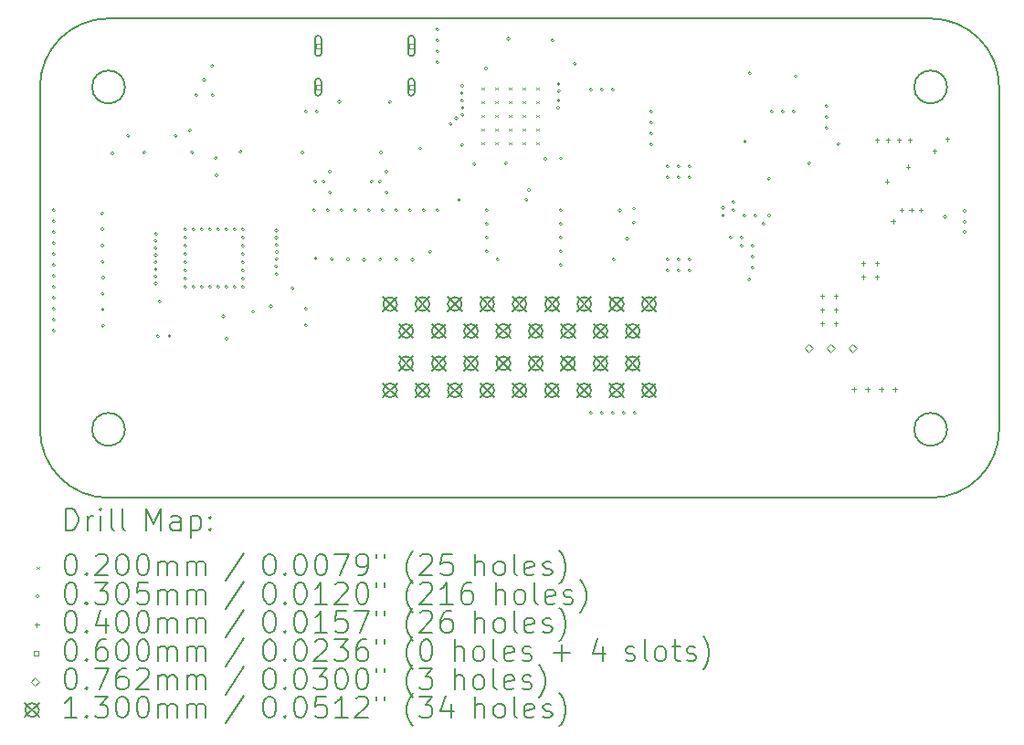
<source format=gbr>
%TF.GenerationSoftware,KiCad,Pcbnew,(7.0.0)*%
%TF.CreationDate,2023-09-28T17:21:44-04:00*%
%TF.ProjectId,Brytec_InputModuleRev2,42727974-6563-45f4-996e-7075744d6f64,rev?*%
%TF.SameCoordinates,Original*%
%TF.FileFunction,Drillmap*%
%TF.FilePolarity,Positive*%
%FSLAX45Y45*%
G04 Gerber Fmt 4.5, Leading zero omitted, Abs format (unit mm)*
G04 Created by KiCad (PCBNEW (7.0.0)) date 2023-09-28 17:21:44*
%MOMM*%
%LPD*%
G01*
G04 APERTURE LIST*
%ADD10C,0.160000*%
%ADD11C,0.200000*%
%ADD12C,0.020000*%
%ADD13C,0.030480*%
%ADD14C,0.040000*%
%ADD15C,0.060000*%
%ADD16C,0.076200*%
%ADD17C,0.130000*%
G04 APERTURE END LIST*
D10*
X8255000Y-13462000D02*
G75*
G03*
X8890000Y-14097000I635000J0D01*
G01*
X8255000Y-13462000D02*
X8255000Y-10287000D01*
X16662400Y-13462000D02*
G75*
G03*
X16662400Y-13462000I-152400J0D01*
G01*
X9042400Y-10287000D02*
G75*
G03*
X9042400Y-10287000I-152400J0D01*
G01*
X17145000Y-10287000D02*
X17145000Y-13462000D01*
X9042400Y-13462000D02*
G75*
G03*
X9042400Y-13462000I-152400J0D01*
G01*
X16662400Y-10287000D02*
G75*
G03*
X16662400Y-10287000I-152400J0D01*
G01*
X8890000Y-9652000D02*
G75*
G03*
X8255000Y-10287000I0J-635000D01*
G01*
X16510000Y-14097000D02*
X8890000Y-14097000D01*
X16510000Y-14097000D02*
G75*
G03*
X17145000Y-13462000I0J635000D01*
G01*
X17145000Y-10287000D02*
G75*
G03*
X16510000Y-9652000I-635000J0D01*
G01*
X8890000Y-9652000D02*
X16510000Y-9652000D01*
D11*
D12*
X12347890Y-10289450D02*
X12367890Y-10309450D01*
X12367890Y-10289450D02*
X12347890Y-10309450D01*
X12347890Y-10416950D02*
X12367890Y-10436950D01*
X12367890Y-10416950D02*
X12347890Y-10436950D01*
X12347890Y-10544450D02*
X12367890Y-10564450D01*
X12367890Y-10544450D02*
X12347890Y-10564450D01*
X12347890Y-10671950D02*
X12367890Y-10691950D01*
X12367890Y-10671950D02*
X12347890Y-10691950D01*
X12347890Y-10799450D02*
X12367890Y-10819450D01*
X12367890Y-10799450D02*
X12347890Y-10819450D01*
X12475390Y-10289450D02*
X12495390Y-10309450D01*
X12495390Y-10289450D02*
X12475390Y-10309450D01*
X12475390Y-10416950D02*
X12495390Y-10436950D01*
X12495390Y-10416950D02*
X12475390Y-10436950D01*
X12475390Y-10544450D02*
X12495390Y-10564450D01*
X12495390Y-10544450D02*
X12475390Y-10564450D01*
X12475390Y-10671950D02*
X12495390Y-10691950D01*
X12495390Y-10671950D02*
X12475390Y-10691950D01*
X12475390Y-10799450D02*
X12495390Y-10819450D01*
X12495390Y-10799450D02*
X12475390Y-10819450D01*
X12602890Y-10289450D02*
X12622890Y-10309450D01*
X12622890Y-10289450D02*
X12602890Y-10309450D01*
X12602890Y-10416950D02*
X12622890Y-10436950D01*
X12622890Y-10416950D02*
X12602890Y-10436950D01*
X12602890Y-10544450D02*
X12622890Y-10564450D01*
X12622890Y-10544450D02*
X12602890Y-10564450D01*
X12602890Y-10671950D02*
X12622890Y-10691950D01*
X12622890Y-10671950D02*
X12602890Y-10691950D01*
X12602890Y-10799450D02*
X12622890Y-10819450D01*
X12622890Y-10799450D02*
X12602890Y-10819450D01*
X12730390Y-10289450D02*
X12750390Y-10309450D01*
X12750390Y-10289450D02*
X12730390Y-10309450D01*
X12730390Y-10416950D02*
X12750390Y-10436950D01*
X12750390Y-10416950D02*
X12730390Y-10436950D01*
X12730390Y-10544450D02*
X12750390Y-10564450D01*
X12750390Y-10544450D02*
X12730390Y-10564450D01*
X12730390Y-10671950D02*
X12750390Y-10691950D01*
X12750390Y-10671950D02*
X12730390Y-10691950D01*
X12730390Y-10799450D02*
X12750390Y-10819450D01*
X12750390Y-10799450D02*
X12730390Y-10819450D01*
X12857890Y-10289450D02*
X12877890Y-10309450D01*
X12877890Y-10289450D02*
X12857890Y-10309450D01*
X12857890Y-10416950D02*
X12877890Y-10436950D01*
X12877890Y-10416950D02*
X12857890Y-10436950D01*
X12857890Y-10544450D02*
X12877890Y-10564450D01*
X12877890Y-10544450D02*
X12857890Y-10564450D01*
X12857890Y-10671950D02*
X12877890Y-10691950D01*
X12877890Y-10671950D02*
X12857890Y-10691950D01*
X12857890Y-10799450D02*
X12877890Y-10819450D01*
X12877890Y-10799450D02*
X12857890Y-10819450D01*
D13*
X8397240Y-11430000D02*
G75*
G03*
X8397240Y-11430000I-15240J0D01*
G01*
X8397240Y-11531600D02*
G75*
G03*
X8397240Y-11531600I-15240J0D01*
G01*
X8397240Y-11633200D02*
G75*
G03*
X8397240Y-11633200I-15240J0D01*
G01*
X8397240Y-11734800D02*
G75*
G03*
X8397240Y-11734800I-15240J0D01*
G01*
X8397240Y-11836400D02*
G75*
G03*
X8397240Y-11836400I-15240J0D01*
G01*
X8397240Y-11938000D02*
G75*
G03*
X8397240Y-11938000I-15240J0D01*
G01*
X8397240Y-12039600D02*
G75*
G03*
X8397240Y-12039600I-15240J0D01*
G01*
X8397240Y-12141200D02*
G75*
G03*
X8397240Y-12141200I-15240J0D01*
G01*
X8397240Y-12242800D02*
G75*
G03*
X8397240Y-12242800I-15240J0D01*
G01*
X8397240Y-12344400D02*
G75*
G03*
X8397240Y-12344400I-15240J0D01*
G01*
X8397240Y-12446000D02*
G75*
G03*
X8397240Y-12446000I-15240J0D01*
G01*
X8397240Y-12547600D02*
G75*
G03*
X8397240Y-12547600I-15240J0D01*
G01*
X8844280Y-11460480D02*
G75*
G03*
X8844280Y-11460480I-15240J0D01*
G01*
X8846820Y-11757660D02*
G75*
G03*
X8846820Y-11757660I-15240J0D01*
G01*
X8849360Y-11605260D02*
G75*
G03*
X8849360Y-11605260I-15240J0D01*
G01*
X8849360Y-11907520D02*
G75*
G03*
X8849360Y-11907520I-15240J0D01*
G01*
X8849360Y-12204700D02*
G75*
G03*
X8849360Y-12204700I-15240J0D01*
G01*
X8851900Y-12352020D02*
G75*
G03*
X8851900Y-12352020I-15240J0D01*
G01*
X8854440Y-12054840D02*
G75*
G03*
X8854440Y-12054840I-15240J0D01*
G01*
X8854440Y-12501880D02*
G75*
G03*
X8854440Y-12501880I-15240J0D01*
G01*
X8940800Y-10904220D02*
G75*
G03*
X8940800Y-10904220I-15240J0D01*
G01*
X9087580Y-10739120D02*
G75*
G03*
X9087580Y-10739120I-15240J0D01*
G01*
X9235440Y-10891520D02*
G75*
G03*
X9235440Y-10891520I-15240J0D01*
G01*
X9342120Y-11714629D02*
G75*
G03*
X9342120Y-11714629I-15240J0D01*
G01*
X9342120Y-11780619D02*
G75*
G03*
X9342120Y-11780619I-15240J0D01*
G01*
X9342120Y-11846610D02*
G75*
G03*
X9342120Y-11846610I-15240J0D01*
G01*
X9342120Y-11912600D02*
G75*
G03*
X9342120Y-11912600I-15240J0D01*
G01*
X9342120Y-11978590D02*
G75*
G03*
X9342120Y-11978590I-15240J0D01*
G01*
X9342120Y-12044581D02*
G75*
G03*
X9342120Y-12044581I-15240J0D01*
G01*
X9342120Y-12110571D02*
G75*
G03*
X9342120Y-12110571I-15240J0D01*
G01*
X9345578Y-11648729D02*
G75*
G03*
X9345578Y-11648729I-15240J0D01*
G01*
X9362440Y-12598400D02*
G75*
G03*
X9362440Y-12598400I-15240J0D01*
G01*
X9379691Y-12277090D02*
G75*
G03*
X9379691Y-12277090I-15240J0D01*
G01*
X9469120Y-12595860D02*
G75*
G03*
X9469120Y-12595860I-15240J0D01*
G01*
X9527365Y-10741435D02*
G75*
G03*
X9527365Y-10741435I-15240J0D01*
G01*
X9616440Y-11607800D02*
G75*
G03*
X9616440Y-11607800I-15240J0D01*
G01*
X9616440Y-11684000D02*
G75*
G03*
X9616440Y-11684000I-15240J0D01*
G01*
X9616440Y-11760200D02*
G75*
G03*
X9616440Y-11760200I-15240J0D01*
G01*
X9616440Y-11836400D02*
G75*
G03*
X9616440Y-11836400I-15240J0D01*
G01*
X9616440Y-11912600D02*
G75*
G03*
X9616440Y-11912600I-15240J0D01*
G01*
X9616440Y-11988800D02*
G75*
G03*
X9616440Y-11988800I-15240J0D01*
G01*
X9616440Y-12065000D02*
G75*
G03*
X9616440Y-12065000I-15240J0D01*
G01*
X9616440Y-12141200D02*
G75*
G03*
X9616440Y-12141200I-15240J0D01*
G01*
X9657949Y-10688270D02*
G75*
G03*
X9657949Y-10688270I-15240J0D01*
G01*
X9679940Y-10891520D02*
G75*
G03*
X9679940Y-10891520I-15240J0D01*
G01*
X9692640Y-11607800D02*
G75*
G03*
X9692640Y-11607800I-15240J0D01*
G01*
X9692640Y-12141200D02*
G75*
G03*
X9692640Y-12141200I-15240J0D01*
G01*
X9718040Y-10363200D02*
G75*
G03*
X9718040Y-10363200I-15240J0D01*
G01*
X9768840Y-11607800D02*
G75*
G03*
X9768840Y-11607800I-15240J0D01*
G01*
X9768840Y-12141200D02*
G75*
G03*
X9768840Y-12141200I-15240J0D01*
G01*
X9791700Y-10223500D02*
G75*
G03*
X9791700Y-10223500I-15240J0D01*
G01*
X9845040Y-11607800D02*
G75*
G03*
X9845040Y-11607800I-15240J0D01*
G01*
X9845040Y-12141200D02*
G75*
G03*
X9845040Y-12141200I-15240J0D01*
G01*
X9865360Y-10093960D02*
G75*
G03*
X9865360Y-10093960I-15240J0D01*
G01*
X9870440Y-10363200D02*
G75*
G03*
X9870440Y-10363200I-15240J0D01*
G01*
X9900920Y-10945910D02*
G75*
G03*
X9900920Y-10945910I-15240J0D01*
G01*
X9906000Y-11105930D02*
G75*
G03*
X9906000Y-11105930I-15240J0D01*
G01*
X9921240Y-11607800D02*
G75*
G03*
X9921240Y-11607800I-15240J0D01*
G01*
X9921240Y-12141200D02*
G75*
G03*
X9921240Y-12141200I-15240J0D01*
G01*
X9970859Y-12412980D02*
G75*
G03*
X9970859Y-12412980I-15240J0D01*
G01*
X9997440Y-11607800D02*
G75*
G03*
X9997440Y-11607800I-15240J0D01*
G01*
X9997440Y-12141200D02*
G75*
G03*
X9997440Y-12141200I-15240J0D01*
G01*
X9997440Y-12621260D02*
G75*
G03*
X9997440Y-12621260I-15240J0D01*
G01*
X10073640Y-11607800D02*
G75*
G03*
X10073640Y-11607800I-15240J0D01*
G01*
X10073640Y-12141200D02*
G75*
G03*
X10073640Y-12141200I-15240J0D01*
G01*
X10126980Y-10888980D02*
G75*
G03*
X10126980Y-10888980I-15240J0D01*
G01*
X10149840Y-11607800D02*
G75*
G03*
X10149840Y-11607800I-15240J0D01*
G01*
X10149840Y-11684000D02*
G75*
G03*
X10149840Y-11684000I-15240J0D01*
G01*
X10149840Y-11760200D02*
G75*
G03*
X10149840Y-11760200I-15240J0D01*
G01*
X10149840Y-11836400D02*
G75*
G03*
X10149840Y-11836400I-15240J0D01*
G01*
X10149840Y-11912600D02*
G75*
G03*
X10149840Y-11912600I-15240J0D01*
G01*
X10149840Y-11988800D02*
G75*
G03*
X10149840Y-11988800I-15240J0D01*
G01*
X10149840Y-12065000D02*
G75*
G03*
X10149840Y-12065000I-15240J0D01*
G01*
X10149840Y-12141200D02*
G75*
G03*
X10149840Y-12141200I-15240J0D01*
G01*
X10244830Y-12371330D02*
G75*
G03*
X10244830Y-12371330I-15240J0D01*
G01*
X10408920Y-12321540D02*
G75*
G03*
X10408920Y-12321540I-15240J0D01*
G01*
X10458872Y-11950252D02*
G75*
G03*
X10458872Y-11950252I-15240J0D01*
G01*
X10462194Y-11751321D02*
G75*
G03*
X10462194Y-11751321I-15240J0D01*
G01*
X10462257Y-11619341D02*
G75*
G03*
X10462257Y-11619341I-15240J0D01*
G01*
X10462260Y-12021820D02*
G75*
G03*
X10462260Y-12021820I-15240J0D01*
G01*
X10462270Y-11685331D02*
G75*
G03*
X10462270Y-11685331I-15240J0D01*
G01*
X10462555Y-11884365D02*
G75*
G03*
X10462555Y-11884365I-15240J0D01*
G01*
X10463342Y-11817302D02*
G75*
G03*
X10463342Y-11817302I-15240J0D01*
G01*
X10609580Y-12153900D02*
G75*
G03*
X10609580Y-12153900I-15240J0D01*
G01*
X10703560Y-10894060D02*
G75*
G03*
X10703560Y-10894060I-15240J0D01*
G01*
X10734040Y-10515600D02*
G75*
G03*
X10734040Y-10515600I-15240J0D01*
G01*
X10734040Y-12344400D02*
G75*
G03*
X10734040Y-12344400I-15240J0D01*
G01*
X10734040Y-12496800D02*
G75*
G03*
X10734040Y-12496800I-15240J0D01*
G01*
X10810240Y-11430000D02*
G75*
G03*
X10810240Y-11430000I-15240J0D01*
G01*
X10822940Y-11163300D02*
G75*
G03*
X10822940Y-11163300I-15240J0D01*
G01*
X10825480Y-11877040D02*
G75*
G03*
X10825480Y-11877040I-15240J0D01*
G01*
X10835640Y-10515600D02*
G75*
G03*
X10835640Y-10515600I-15240J0D01*
G01*
X10899140Y-11163300D02*
G75*
G03*
X10899140Y-11163300I-15240J0D01*
G01*
X10937240Y-11430000D02*
G75*
G03*
X10937240Y-11430000I-15240J0D01*
G01*
X10957560Y-11071860D02*
G75*
G03*
X10957560Y-11071860I-15240J0D01*
G01*
X10957560Y-11264900D02*
G75*
G03*
X10957560Y-11264900I-15240J0D01*
G01*
X10975340Y-11882120D02*
G75*
G03*
X10975340Y-11882120I-15240J0D01*
G01*
X11043920Y-10424160D02*
G75*
G03*
X11043920Y-10424160I-15240J0D01*
G01*
X11064240Y-11430000D02*
G75*
G03*
X11064240Y-11430000I-15240J0D01*
G01*
X11125200Y-11887200D02*
G75*
G03*
X11125200Y-11887200I-15240J0D01*
G01*
X11191240Y-11430000D02*
G75*
G03*
X11191240Y-11430000I-15240J0D01*
G01*
X11272520Y-11889740D02*
G75*
G03*
X11272520Y-11889740I-15240J0D01*
G01*
X11318240Y-11430000D02*
G75*
G03*
X11318240Y-11430000I-15240J0D01*
G01*
X11343640Y-11163300D02*
G75*
G03*
X11343640Y-11163300I-15240J0D01*
G01*
X11419840Y-11163300D02*
G75*
G03*
X11419840Y-11163300I-15240J0D01*
G01*
X11422380Y-11887200D02*
G75*
G03*
X11422380Y-11887200I-15240J0D01*
G01*
X11430000Y-10896600D02*
G75*
G03*
X11430000Y-10896600I-15240J0D01*
G01*
X11445240Y-11430000D02*
G75*
G03*
X11445240Y-11430000I-15240J0D01*
G01*
X11480800Y-11074400D02*
G75*
G03*
X11480800Y-11074400I-15240J0D01*
G01*
X11483340Y-11264900D02*
G75*
G03*
X11483340Y-11264900I-15240J0D01*
G01*
X11513820Y-10426700D02*
G75*
G03*
X11513820Y-10426700I-15240J0D01*
G01*
X11572240Y-11430000D02*
G75*
G03*
X11572240Y-11430000I-15240J0D01*
G01*
X11572240Y-11887200D02*
G75*
G03*
X11572240Y-11887200I-15240J0D01*
G01*
X11699240Y-11430000D02*
G75*
G03*
X11699240Y-11430000I-15240J0D01*
G01*
X11722100Y-11889740D02*
G75*
G03*
X11722100Y-11889740I-15240J0D01*
G01*
X11793220Y-10856010D02*
G75*
G03*
X11793220Y-10856010I-15240J0D01*
G01*
X11826240Y-11430000D02*
G75*
G03*
X11826240Y-11430000I-15240J0D01*
G01*
X11884660Y-11816080D02*
G75*
G03*
X11884660Y-11816080I-15240J0D01*
G01*
X11953240Y-9753600D02*
G75*
G03*
X11953240Y-9753600I-15240J0D01*
G01*
X11953240Y-9855200D02*
G75*
G03*
X11953240Y-9855200I-15240J0D01*
G01*
X11953240Y-9956800D02*
G75*
G03*
X11953240Y-9956800I-15240J0D01*
G01*
X11953240Y-10058400D02*
G75*
G03*
X11953240Y-10058400I-15240J0D01*
G01*
X11953240Y-11430000D02*
G75*
G03*
X11953240Y-11430000I-15240J0D01*
G01*
X12075160Y-10629900D02*
G75*
G03*
X12075160Y-10629900I-15240J0D01*
G01*
X12129297Y-10577529D02*
G75*
G03*
X12129297Y-10577529I-15240J0D01*
G01*
X12153900Y-11333480D02*
G75*
G03*
X12153900Y-11333480I-15240J0D01*
G01*
X12180770Y-10343950D02*
G75*
G03*
X12180770Y-10343950I-15240J0D01*
G01*
X12181840Y-10276840D02*
G75*
G03*
X12181840Y-10276840I-15240J0D01*
G01*
X12181840Y-10825480D02*
G75*
G03*
X12181840Y-10825480I-15240J0D01*
G01*
X12182287Y-10413645D02*
G75*
G03*
X12182287Y-10413645I-15240J0D01*
G01*
X12186970Y-10479469D02*
G75*
G03*
X12186970Y-10479469I-15240J0D01*
G01*
X12186970Y-10545459D02*
G75*
G03*
X12186970Y-10545459I-15240J0D01*
G01*
X12296140Y-11003280D02*
G75*
G03*
X12296140Y-11003280I-15240J0D01*
G01*
X12402820Y-10114280D02*
G75*
G03*
X12402820Y-10114280I-15240J0D01*
G01*
X12410440Y-11430000D02*
G75*
G03*
X12410440Y-11430000I-15240J0D01*
G01*
X12410440Y-11557000D02*
G75*
G03*
X12410440Y-11557000I-15240J0D01*
G01*
X12410440Y-11684000D02*
G75*
G03*
X12410440Y-11684000I-15240J0D01*
G01*
X12410440Y-11811000D02*
G75*
G03*
X12410440Y-11811000I-15240J0D01*
G01*
X12512040Y-11887200D02*
G75*
G03*
X12512040Y-11887200I-15240J0D01*
G01*
X12588240Y-10993120D02*
G75*
G03*
X12588240Y-10993120I-15240J0D01*
G01*
X12611100Y-9839960D02*
G75*
G03*
X12611100Y-9839960I-15240J0D01*
G01*
X12778740Y-11333480D02*
G75*
G03*
X12778740Y-11333480I-15240J0D01*
G01*
X12803130Y-11240840D02*
G75*
G03*
X12803130Y-11240840I-15240J0D01*
G01*
X12954000Y-10955020D02*
G75*
G03*
X12954000Y-10955020I-15240J0D01*
G01*
X13020040Y-9855200D02*
G75*
G03*
X13020040Y-9855200I-15240J0D01*
G01*
X13073380Y-10481240D02*
G75*
G03*
X13073380Y-10481240I-15240J0D01*
G01*
X13075920Y-10259060D02*
G75*
G03*
X13075920Y-10259060I-15240J0D01*
G01*
X13075920Y-10411460D02*
G75*
G03*
X13075920Y-10411460I-15240J0D01*
G01*
X13078894Y-10325534D02*
G75*
G03*
X13078894Y-10325534I-15240J0D01*
G01*
X13096240Y-11430000D02*
G75*
G03*
X13096240Y-11430000I-15240J0D01*
G01*
X13096240Y-11557000D02*
G75*
G03*
X13096240Y-11557000I-15240J0D01*
G01*
X13096240Y-11684000D02*
G75*
G03*
X13096240Y-11684000I-15240J0D01*
G01*
X13096240Y-11811000D02*
G75*
G03*
X13096240Y-11811000I-15240J0D01*
G01*
X13096240Y-11938000D02*
G75*
G03*
X13096240Y-11938000I-15240J0D01*
G01*
X13098780Y-10949940D02*
G75*
G03*
X13098780Y-10949940I-15240J0D01*
G01*
X13227250Y-10069910D02*
G75*
G03*
X13227250Y-10069910I-15240J0D01*
G01*
X13375640Y-10312400D02*
G75*
G03*
X13375640Y-10312400I-15240J0D01*
G01*
X13375640Y-13309600D02*
G75*
G03*
X13375640Y-13309600I-15240J0D01*
G01*
X13477240Y-10312400D02*
G75*
G03*
X13477240Y-10312400I-15240J0D01*
G01*
X13477240Y-13309600D02*
G75*
G03*
X13477240Y-13309600I-15240J0D01*
G01*
X13578840Y-10312400D02*
G75*
G03*
X13578840Y-10312400I-15240J0D01*
G01*
X13578840Y-13309600D02*
G75*
G03*
X13578840Y-13309600I-15240J0D01*
G01*
X13586460Y-11887200D02*
G75*
G03*
X13586460Y-11887200I-15240J0D01*
G01*
X13646801Y-11431992D02*
G75*
G03*
X13646801Y-11431992I-15240J0D01*
G01*
X13680440Y-13309600D02*
G75*
G03*
X13680440Y-13309600I-15240J0D01*
G01*
X13710634Y-11693874D02*
G75*
G03*
X13710634Y-11693874I-15240J0D01*
G01*
X13771880Y-11544300D02*
G75*
G03*
X13771880Y-11544300I-15240J0D01*
G01*
X13775940Y-11414120D02*
G75*
G03*
X13775940Y-11414120I-15240J0D01*
G01*
X13782040Y-13309600D02*
G75*
G03*
X13782040Y-13309600I-15240J0D01*
G01*
X13934440Y-10515600D02*
G75*
G03*
X13934440Y-10515600I-15240J0D01*
G01*
X13934440Y-10617200D02*
G75*
G03*
X13934440Y-10617200I-15240J0D01*
G01*
X13934440Y-10718800D02*
G75*
G03*
X13934440Y-10718800I-15240J0D01*
G01*
X13934440Y-10820400D02*
G75*
G03*
X13934440Y-10820400I-15240J0D01*
G01*
X14086840Y-11023600D02*
G75*
G03*
X14086840Y-11023600I-15240J0D01*
G01*
X14086840Y-11125200D02*
G75*
G03*
X14086840Y-11125200I-15240J0D01*
G01*
X14086840Y-11887200D02*
G75*
G03*
X14086840Y-11887200I-15240J0D01*
G01*
X14086840Y-11988800D02*
G75*
G03*
X14086840Y-11988800I-15240J0D01*
G01*
X14188440Y-11023600D02*
G75*
G03*
X14188440Y-11023600I-15240J0D01*
G01*
X14188440Y-11125200D02*
G75*
G03*
X14188440Y-11125200I-15240J0D01*
G01*
X14188440Y-11887200D02*
G75*
G03*
X14188440Y-11887200I-15240J0D01*
G01*
X14188440Y-11988800D02*
G75*
G03*
X14188440Y-11988800I-15240J0D01*
G01*
X14290040Y-11023600D02*
G75*
G03*
X14290040Y-11023600I-15240J0D01*
G01*
X14290040Y-11125200D02*
G75*
G03*
X14290040Y-11125200I-15240J0D01*
G01*
X14290040Y-11887200D02*
G75*
G03*
X14290040Y-11887200I-15240J0D01*
G01*
X14290040Y-11988800D02*
G75*
G03*
X14290040Y-11988800I-15240J0D01*
G01*
X14601440Y-11406500D02*
G75*
G03*
X14601440Y-11406500I-15240J0D01*
G01*
X14601440Y-11477620D02*
G75*
G03*
X14601440Y-11477620I-15240J0D01*
G01*
X14671040Y-11684000D02*
G75*
G03*
X14671040Y-11684000I-15240J0D01*
G01*
X14696440Y-11353800D02*
G75*
G03*
X14696440Y-11353800I-15240J0D01*
G01*
X14696440Y-11430000D02*
G75*
G03*
X14696440Y-11430000I-15240J0D01*
G01*
X14772640Y-11684000D02*
G75*
G03*
X14772640Y-11684000I-15240J0D01*
G01*
X14772640Y-11760200D02*
G75*
G03*
X14772640Y-11760200I-15240J0D01*
G01*
X14798040Y-11480800D02*
G75*
G03*
X14798040Y-11480800I-15240J0D01*
G01*
X14803120Y-10792460D02*
G75*
G03*
X14803120Y-10792460I-15240J0D01*
G01*
X14843760Y-12072620D02*
G75*
G03*
X14843760Y-12072620I-15240J0D01*
G01*
X14848840Y-10160000D02*
G75*
G03*
X14848840Y-10160000I-15240J0D01*
G01*
X14874240Y-11760200D02*
G75*
G03*
X14874240Y-11760200I-15240J0D01*
G01*
X14874240Y-11861800D02*
G75*
G03*
X14874240Y-11861800I-15240J0D01*
G01*
X14874240Y-11963400D02*
G75*
G03*
X14874240Y-11963400I-15240J0D01*
G01*
X14899640Y-11480800D02*
G75*
G03*
X14899640Y-11480800I-15240J0D01*
G01*
X14975840Y-11557000D02*
G75*
G03*
X14975840Y-11557000I-15240J0D01*
G01*
X15026640Y-11137900D02*
G75*
G03*
X15026640Y-11137900I-15240J0D01*
G01*
X15029180Y-11478260D02*
G75*
G03*
X15029180Y-11478260I-15240J0D01*
G01*
X15052040Y-10515600D02*
G75*
G03*
X15052040Y-10515600I-15240J0D01*
G01*
X15153640Y-10515600D02*
G75*
G03*
X15153640Y-10515600I-15240J0D01*
G01*
X15255240Y-10515600D02*
G75*
G03*
X15255240Y-10515600I-15240J0D01*
G01*
X15273020Y-10187940D02*
G75*
G03*
X15273020Y-10187940I-15240J0D01*
G01*
X15400020Y-10993120D02*
G75*
G03*
X15400020Y-10993120I-15240J0D01*
G01*
X15560040Y-10464800D02*
G75*
G03*
X15560040Y-10464800I-15240J0D01*
G01*
X15560040Y-10566400D02*
G75*
G03*
X15560040Y-10566400I-15240J0D01*
G01*
X15560040Y-10668000D02*
G75*
G03*
X15560040Y-10668000I-15240J0D01*
G01*
X15669260Y-10817860D02*
G75*
G03*
X15669260Y-10817860I-15240J0D01*
G01*
X16657320Y-11490960D02*
G75*
G03*
X16657320Y-11490960I-15240J0D01*
G01*
X16840200Y-11435080D02*
G75*
G03*
X16840200Y-11435080I-15240J0D01*
G01*
X16840200Y-11539220D02*
G75*
G03*
X16840200Y-11539220I-15240J0D01*
G01*
X16840200Y-11633200D02*
G75*
G03*
X16840200Y-11633200I-15240J0D01*
G01*
D14*
X15505300Y-12207880D02*
X15505300Y-12247880D01*
X15485300Y-12227880D02*
X15525300Y-12227880D01*
X15505300Y-12334880D02*
X15505300Y-12374880D01*
X15485300Y-12354880D02*
X15525300Y-12354880D01*
X15505300Y-12461880D02*
X15505300Y-12501880D01*
X15485300Y-12481880D02*
X15525300Y-12481880D01*
X15632300Y-12207880D02*
X15632300Y-12247880D01*
X15612300Y-12227880D02*
X15652300Y-12227880D01*
X15632300Y-12334880D02*
X15632300Y-12374880D01*
X15612300Y-12354880D02*
X15652300Y-12354880D01*
X15632300Y-12461880D02*
X15632300Y-12501880D01*
X15612300Y-12481880D02*
X15652300Y-12481880D01*
X15797400Y-13071480D02*
X15797400Y-13111480D01*
X15777400Y-13091480D02*
X15817400Y-13091480D01*
X15886300Y-11903080D02*
X15886300Y-11943080D01*
X15866300Y-11923080D02*
X15906300Y-11923080D01*
X15886300Y-12030080D02*
X15886300Y-12070080D01*
X15866300Y-12050080D02*
X15906300Y-12050080D01*
X15924400Y-13071480D02*
X15924400Y-13111480D01*
X15904400Y-13091480D02*
X15944400Y-13091480D01*
X16013300Y-10760080D02*
X16013300Y-10800080D01*
X15993300Y-10780080D02*
X16033300Y-10780080D01*
X16013300Y-11903080D02*
X16013300Y-11943080D01*
X15993300Y-11923080D02*
X16033300Y-11923080D01*
X16013300Y-12030080D02*
X16013300Y-12070080D01*
X15993300Y-12050080D02*
X16033300Y-12050080D01*
X16051400Y-13071480D02*
X16051400Y-13111480D01*
X16031400Y-13091480D02*
X16071400Y-13091480D01*
X16104740Y-11143620D02*
X16104740Y-11183620D01*
X16084740Y-11163620D02*
X16124740Y-11163620D01*
X16114900Y-10760080D02*
X16114900Y-10800080D01*
X16094900Y-10780080D02*
X16134900Y-10780080D01*
X16163160Y-11511920D02*
X16163160Y-11551920D01*
X16143160Y-11531920D02*
X16183160Y-11531920D01*
X16178400Y-13071480D02*
X16178400Y-13111480D01*
X16158400Y-13091480D02*
X16198400Y-13091480D01*
X16216500Y-10760080D02*
X16216500Y-10800080D01*
X16196500Y-10780080D02*
X16236500Y-10780080D01*
X16241900Y-11407780D02*
X16241900Y-11447780D01*
X16221900Y-11427780D02*
X16261900Y-11427780D01*
X16300320Y-11006460D02*
X16300320Y-11046460D01*
X16280320Y-11026460D02*
X16320320Y-11026460D01*
X16318100Y-10760080D02*
X16318100Y-10800080D01*
X16298100Y-10780080D02*
X16338100Y-10780080D01*
X16330800Y-11407780D02*
X16330800Y-11447780D01*
X16310800Y-11427780D02*
X16350800Y-11427780D01*
X16419700Y-11407780D02*
X16419700Y-11447780D01*
X16399700Y-11427780D02*
X16439700Y-11427780D01*
X16546700Y-10859140D02*
X16546700Y-10899140D01*
X16526700Y-10879140D02*
X16566700Y-10879140D01*
X16663540Y-10749600D02*
X16663540Y-10789600D01*
X16643540Y-10769600D02*
X16683540Y-10769600D01*
D15*
X10853833Y-9927093D02*
X10853833Y-9884667D01*
X10811407Y-9884667D01*
X10811407Y-9927093D01*
X10853833Y-9927093D01*
D11*
X10862620Y-9970880D02*
X10862620Y-9840880D01*
X10862620Y-9840880D02*
G75*
G03*
X10802620Y-9840880I-30000J0D01*
G01*
X10802620Y-9840880D02*
X10802620Y-9970880D01*
X10802620Y-9970880D02*
G75*
G03*
X10862620Y-9970880I30000J0D01*
G01*
D15*
X10853833Y-10309593D02*
X10853833Y-10267167D01*
X10811407Y-10267167D01*
X10811407Y-10309593D01*
X10853833Y-10309593D01*
D11*
X10862620Y-10338380D02*
X10862620Y-10238380D01*
X10862620Y-10238380D02*
G75*
G03*
X10802620Y-10238380I-30000J0D01*
G01*
X10802620Y-10238380D02*
X10802620Y-10338380D01*
X10802620Y-10338380D02*
G75*
G03*
X10862620Y-10338380I30000J0D01*
G01*
D15*
X11717833Y-9927093D02*
X11717833Y-9884667D01*
X11675407Y-9884667D01*
X11675407Y-9927093D01*
X11717833Y-9927093D01*
D11*
X11726620Y-9970880D02*
X11726620Y-9840880D01*
X11726620Y-9840880D02*
G75*
G03*
X11666620Y-9840880I-30000J0D01*
G01*
X11666620Y-9840880D02*
X11666620Y-9970880D01*
X11666620Y-9970880D02*
G75*
G03*
X11726620Y-9970880I30000J0D01*
G01*
D15*
X11717833Y-10309593D02*
X11717833Y-10267167D01*
X11675407Y-10267167D01*
X11675407Y-10309593D01*
X11717833Y-10309593D01*
D11*
X11726620Y-10338380D02*
X11726620Y-10238380D01*
X11726620Y-10238380D02*
G75*
G03*
X11666620Y-10238380I-30000J0D01*
G01*
X11666620Y-10238380D02*
X11666620Y-10338380D01*
X11666620Y-10338380D02*
G75*
G03*
X11726620Y-10338380I30000J0D01*
G01*
D16*
X15378300Y-12748580D02*
X15416400Y-12710480D01*
X15378300Y-12672380D01*
X15340200Y-12710480D01*
X15378300Y-12748580D01*
X15581500Y-12748580D02*
X15619600Y-12710480D01*
X15581500Y-12672380D01*
X15543400Y-12710480D01*
X15581500Y-12748580D01*
X15784700Y-12748580D02*
X15822800Y-12710480D01*
X15784700Y-12672380D01*
X15746600Y-12710480D01*
X15784700Y-12748580D01*
D17*
X11435000Y-12235000D02*
X11565000Y-12365000D01*
X11565000Y-12235000D02*
X11435000Y-12365000D01*
X11565000Y-12300000D02*
G75*
G03*
X11565000Y-12300000I-65000J0D01*
G01*
X11435000Y-13035000D02*
X11565000Y-13165000D01*
X11565000Y-13035000D02*
X11435000Y-13165000D01*
X11565000Y-13100000D02*
G75*
G03*
X11565000Y-13100000I-65000J0D01*
G01*
X11585000Y-12485000D02*
X11715000Y-12615000D01*
X11715000Y-12485000D02*
X11585000Y-12615000D01*
X11715000Y-12550000D02*
G75*
G03*
X11715000Y-12550000I-65000J0D01*
G01*
X11585000Y-12785000D02*
X11715000Y-12915000D01*
X11715000Y-12785000D02*
X11585000Y-12915000D01*
X11715000Y-12850000D02*
G75*
G03*
X11715000Y-12850000I-65000J0D01*
G01*
X11735000Y-12235000D02*
X11865000Y-12365000D01*
X11865000Y-12235000D02*
X11735000Y-12365000D01*
X11865000Y-12300000D02*
G75*
G03*
X11865000Y-12300000I-65000J0D01*
G01*
X11735000Y-13035000D02*
X11865000Y-13165000D01*
X11865000Y-13035000D02*
X11735000Y-13165000D01*
X11865000Y-13100000D02*
G75*
G03*
X11865000Y-13100000I-65000J0D01*
G01*
X11885000Y-12485000D02*
X12015000Y-12615000D01*
X12015000Y-12485000D02*
X11885000Y-12615000D01*
X12015000Y-12550000D02*
G75*
G03*
X12015000Y-12550000I-65000J0D01*
G01*
X11885000Y-12785000D02*
X12015000Y-12915000D01*
X12015000Y-12785000D02*
X11885000Y-12915000D01*
X12015000Y-12850000D02*
G75*
G03*
X12015000Y-12850000I-65000J0D01*
G01*
X12035000Y-12235000D02*
X12165000Y-12365000D01*
X12165000Y-12235000D02*
X12035000Y-12365000D01*
X12165000Y-12300000D02*
G75*
G03*
X12165000Y-12300000I-65000J0D01*
G01*
X12035000Y-13035000D02*
X12165000Y-13165000D01*
X12165000Y-13035000D02*
X12035000Y-13165000D01*
X12165000Y-13100000D02*
G75*
G03*
X12165000Y-13100000I-65000J0D01*
G01*
X12185000Y-12485000D02*
X12315000Y-12615000D01*
X12315000Y-12485000D02*
X12185000Y-12615000D01*
X12315000Y-12550000D02*
G75*
G03*
X12315000Y-12550000I-65000J0D01*
G01*
X12185000Y-12785000D02*
X12315000Y-12915000D01*
X12315000Y-12785000D02*
X12185000Y-12915000D01*
X12315000Y-12850000D02*
G75*
G03*
X12315000Y-12850000I-65000J0D01*
G01*
X12335000Y-12235000D02*
X12465000Y-12365000D01*
X12465000Y-12235000D02*
X12335000Y-12365000D01*
X12465000Y-12300000D02*
G75*
G03*
X12465000Y-12300000I-65000J0D01*
G01*
X12335000Y-13035000D02*
X12465000Y-13165000D01*
X12465000Y-13035000D02*
X12335000Y-13165000D01*
X12465000Y-13100000D02*
G75*
G03*
X12465000Y-13100000I-65000J0D01*
G01*
X12485000Y-12485000D02*
X12615000Y-12615000D01*
X12615000Y-12485000D02*
X12485000Y-12615000D01*
X12615000Y-12550000D02*
G75*
G03*
X12615000Y-12550000I-65000J0D01*
G01*
X12485000Y-12785000D02*
X12615000Y-12915000D01*
X12615000Y-12785000D02*
X12485000Y-12915000D01*
X12615000Y-12850000D02*
G75*
G03*
X12615000Y-12850000I-65000J0D01*
G01*
X12635000Y-12235000D02*
X12765000Y-12365000D01*
X12765000Y-12235000D02*
X12635000Y-12365000D01*
X12765000Y-12300000D02*
G75*
G03*
X12765000Y-12300000I-65000J0D01*
G01*
X12635000Y-13035000D02*
X12765000Y-13165000D01*
X12765000Y-13035000D02*
X12635000Y-13165000D01*
X12765000Y-13100000D02*
G75*
G03*
X12765000Y-13100000I-65000J0D01*
G01*
X12785000Y-12485000D02*
X12915000Y-12615000D01*
X12915000Y-12485000D02*
X12785000Y-12615000D01*
X12915000Y-12550000D02*
G75*
G03*
X12915000Y-12550000I-65000J0D01*
G01*
X12785000Y-12785000D02*
X12915000Y-12915000D01*
X12915000Y-12785000D02*
X12785000Y-12915000D01*
X12915000Y-12850000D02*
G75*
G03*
X12915000Y-12850000I-65000J0D01*
G01*
X12935000Y-12235000D02*
X13065000Y-12365000D01*
X13065000Y-12235000D02*
X12935000Y-12365000D01*
X13065000Y-12300000D02*
G75*
G03*
X13065000Y-12300000I-65000J0D01*
G01*
X12935000Y-13035000D02*
X13065000Y-13165000D01*
X13065000Y-13035000D02*
X12935000Y-13165000D01*
X13065000Y-13100000D02*
G75*
G03*
X13065000Y-13100000I-65000J0D01*
G01*
X13085000Y-12485000D02*
X13215000Y-12615000D01*
X13215000Y-12485000D02*
X13085000Y-12615000D01*
X13215000Y-12550000D02*
G75*
G03*
X13215000Y-12550000I-65000J0D01*
G01*
X13085000Y-12785000D02*
X13215000Y-12915000D01*
X13215000Y-12785000D02*
X13085000Y-12915000D01*
X13215000Y-12850000D02*
G75*
G03*
X13215000Y-12850000I-65000J0D01*
G01*
X13235000Y-12235000D02*
X13365000Y-12365000D01*
X13365000Y-12235000D02*
X13235000Y-12365000D01*
X13365000Y-12300000D02*
G75*
G03*
X13365000Y-12300000I-65000J0D01*
G01*
X13235000Y-13035000D02*
X13365000Y-13165000D01*
X13365000Y-13035000D02*
X13235000Y-13165000D01*
X13365000Y-13100000D02*
G75*
G03*
X13365000Y-13100000I-65000J0D01*
G01*
X13385000Y-12485000D02*
X13515000Y-12615000D01*
X13515000Y-12485000D02*
X13385000Y-12615000D01*
X13515000Y-12550000D02*
G75*
G03*
X13515000Y-12550000I-65000J0D01*
G01*
X13385000Y-12785000D02*
X13515000Y-12915000D01*
X13515000Y-12785000D02*
X13385000Y-12915000D01*
X13515000Y-12850000D02*
G75*
G03*
X13515000Y-12850000I-65000J0D01*
G01*
X13535000Y-12235000D02*
X13665000Y-12365000D01*
X13665000Y-12235000D02*
X13535000Y-12365000D01*
X13665000Y-12300000D02*
G75*
G03*
X13665000Y-12300000I-65000J0D01*
G01*
X13535000Y-13035000D02*
X13665000Y-13165000D01*
X13665000Y-13035000D02*
X13535000Y-13165000D01*
X13665000Y-13100000D02*
G75*
G03*
X13665000Y-13100000I-65000J0D01*
G01*
X13685000Y-12485000D02*
X13815000Y-12615000D01*
X13815000Y-12485000D02*
X13685000Y-12615000D01*
X13815000Y-12550000D02*
G75*
G03*
X13815000Y-12550000I-65000J0D01*
G01*
X13685000Y-12785000D02*
X13815000Y-12915000D01*
X13815000Y-12785000D02*
X13685000Y-12915000D01*
X13815000Y-12850000D02*
G75*
G03*
X13815000Y-12850000I-65000J0D01*
G01*
X13835000Y-12235000D02*
X13965000Y-12365000D01*
X13965000Y-12235000D02*
X13835000Y-12365000D01*
X13965000Y-12300000D02*
G75*
G03*
X13965000Y-12300000I-65000J0D01*
G01*
X13835000Y-13035000D02*
X13965000Y-13165000D01*
X13965000Y-13035000D02*
X13835000Y-13165000D01*
X13965000Y-13100000D02*
G75*
G03*
X13965000Y-13100000I-65000J0D01*
G01*
D11*
X8494619Y-14398476D02*
X8494619Y-14198476D01*
X8494619Y-14198476D02*
X8542238Y-14198476D01*
X8542238Y-14198476D02*
X8570810Y-14208000D01*
X8570810Y-14208000D02*
X8589857Y-14227048D01*
X8589857Y-14227048D02*
X8599381Y-14246095D01*
X8599381Y-14246095D02*
X8608905Y-14284190D01*
X8608905Y-14284190D02*
X8608905Y-14312762D01*
X8608905Y-14312762D02*
X8599381Y-14350857D01*
X8599381Y-14350857D02*
X8589857Y-14369905D01*
X8589857Y-14369905D02*
X8570810Y-14388952D01*
X8570810Y-14388952D02*
X8542238Y-14398476D01*
X8542238Y-14398476D02*
X8494619Y-14398476D01*
X8694619Y-14398476D02*
X8694619Y-14265143D01*
X8694619Y-14303238D02*
X8704143Y-14284190D01*
X8704143Y-14284190D02*
X8713667Y-14274667D01*
X8713667Y-14274667D02*
X8732714Y-14265143D01*
X8732714Y-14265143D02*
X8751762Y-14265143D01*
X8818429Y-14398476D02*
X8818429Y-14265143D01*
X8818429Y-14198476D02*
X8808905Y-14208000D01*
X8808905Y-14208000D02*
X8818429Y-14217524D01*
X8818429Y-14217524D02*
X8827952Y-14208000D01*
X8827952Y-14208000D02*
X8818429Y-14198476D01*
X8818429Y-14198476D02*
X8818429Y-14217524D01*
X8942238Y-14398476D02*
X8923190Y-14388952D01*
X8923190Y-14388952D02*
X8913667Y-14369905D01*
X8913667Y-14369905D02*
X8913667Y-14198476D01*
X9047000Y-14398476D02*
X9027952Y-14388952D01*
X9027952Y-14388952D02*
X9018429Y-14369905D01*
X9018429Y-14369905D02*
X9018429Y-14198476D01*
X9243190Y-14398476D02*
X9243190Y-14198476D01*
X9243190Y-14198476D02*
X9309857Y-14341333D01*
X9309857Y-14341333D02*
X9376524Y-14198476D01*
X9376524Y-14198476D02*
X9376524Y-14398476D01*
X9557476Y-14398476D02*
X9557476Y-14293714D01*
X9557476Y-14293714D02*
X9547952Y-14274667D01*
X9547952Y-14274667D02*
X9528905Y-14265143D01*
X9528905Y-14265143D02*
X9490809Y-14265143D01*
X9490809Y-14265143D02*
X9471762Y-14274667D01*
X9557476Y-14388952D02*
X9538429Y-14398476D01*
X9538429Y-14398476D02*
X9490809Y-14398476D01*
X9490809Y-14398476D02*
X9471762Y-14388952D01*
X9471762Y-14388952D02*
X9462238Y-14369905D01*
X9462238Y-14369905D02*
X9462238Y-14350857D01*
X9462238Y-14350857D02*
X9471762Y-14331809D01*
X9471762Y-14331809D02*
X9490809Y-14322286D01*
X9490809Y-14322286D02*
X9538429Y-14322286D01*
X9538429Y-14322286D02*
X9557476Y-14312762D01*
X9652714Y-14265143D02*
X9652714Y-14465143D01*
X9652714Y-14274667D02*
X9671762Y-14265143D01*
X9671762Y-14265143D02*
X9709857Y-14265143D01*
X9709857Y-14265143D02*
X9728905Y-14274667D01*
X9728905Y-14274667D02*
X9738429Y-14284190D01*
X9738429Y-14284190D02*
X9747952Y-14303238D01*
X9747952Y-14303238D02*
X9747952Y-14360381D01*
X9747952Y-14360381D02*
X9738429Y-14379428D01*
X9738429Y-14379428D02*
X9728905Y-14388952D01*
X9728905Y-14388952D02*
X9709857Y-14398476D01*
X9709857Y-14398476D02*
X9671762Y-14398476D01*
X9671762Y-14398476D02*
X9652714Y-14388952D01*
X9833667Y-14379428D02*
X9843190Y-14388952D01*
X9843190Y-14388952D02*
X9833667Y-14398476D01*
X9833667Y-14398476D02*
X9824143Y-14388952D01*
X9824143Y-14388952D02*
X9833667Y-14379428D01*
X9833667Y-14379428D02*
X9833667Y-14398476D01*
X9833667Y-14274667D02*
X9843190Y-14284190D01*
X9843190Y-14284190D02*
X9833667Y-14293714D01*
X9833667Y-14293714D02*
X9824143Y-14284190D01*
X9824143Y-14284190D02*
X9833667Y-14274667D01*
X9833667Y-14274667D02*
X9833667Y-14293714D01*
D12*
X8227000Y-14735000D02*
X8247000Y-14755000D01*
X8247000Y-14735000D02*
X8227000Y-14755000D01*
D11*
X8532714Y-14618476D02*
X8551762Y-14618476D01*
X8551762Y-14618476D02*
X8570810Y-14628000D01*
X8570810Y-14628000D02*
X8580333Y-14637524D01*
X8580333Y-14637524D02*
X8589857Y-14656571D01*
X8589857Y-14656571D02*
X8599381Y-14694667D01*
X8599381Y-14694667D02*
X8599381Y-14742286D01*
X8599381Y-14742286D02*
X8589857Y-14780381D01*
X8589857Y-14780381D02*
X8580333Y-14799428D01*
X8580333Y-14799428D02*
X8570810Y-14808952D01*
X8570810Y-14808952D02*
X8551762Y-14818476D01*
X8551762Y-14818476D02*
X8532714Y-14818476D01*
X8532714Y-14818476D02*
X8513667Y-14808952D01*
X8513667Y-14808952D02*
X8504143Y-14799428D01*
X8504143Y-14799428D02*
X8494619Y-14780381D01*
X8494619Y-14780381D02*
X8485095Y-14742286D01*
X8485095Y-14742286D02*
X8485095Y-14694667D01*
X8485095Y-14694667D02*
X8494619Y-14656571D01*
X8494619Y-14656571D02*
X8504143Y-14637524D01*
X8504143Y-14637524D02*
X8513667Y-14628000D01*
X8513667Y-14628000D02*
X8532714Y-14618476D01*
X8685095Y-14799428D02*
X8694619Y-14808952D01*
X8694619Y-14808952D02*
X8685095Y-14818476D01*
X8685095Y-14818476D02*
X8675571Y-14808952D01*
X8675571Y-14808952D02*
X8685095Y-14799428D01*
X8685095Y-14799428D02*
X8685095Y-14818476D01*
X8770810Y-14637524D02*
X8780333Y-14628000D01*
X8780333Y-14628000D02*
X8799381Y-14618476D01*
X8799381Y-14618476D02*
X8847000Y-14618476D01*
X8847000Y-14618476D02*
X8866048Y-14628000D01*
X8866048Y-14628000D02*
X8875571Y-14637524D01*
X8875571Y-14637524D02*
X8885095Y-14656571D01*
X8885095Y-14656571D02*
X8885095Y-14675619D01*
X8885095Y-14675619D02*
X8875571Y-14704190D01*
X8875571Y-14704190D02*
X8761286Y-14818476D01*
X8761286Y-14818476D02*
X8885095Y-14818476D01*
X9008905Y-14618476D02*
X9027952Y-14618476D01*
X9027952Y-14618476D02*
X9047000Y-14628000D01*
X9047000Y-14628000D02*
X9056524Y-14637524D01*
X9056524Y-14637524D02*
X9066048Y-14656571D01*
X9066048Y-14656571D02*
X9075571Y-14694667D01*
X9075571Y-14694667D02*
X9075571Y-14742286D01*
X9075571Y-14742286D02*
X9066048Y-14780381D01*
X9066048Y-14780381D02*
X9056524Y-14799428D01*
X9056524Y-14799428D02*
X9047000Y-14808952D01*
X9047000Y-14808952D02*
X9027952Y-14818476D01*
X9027952Y-14818476D02*
X9008905Y-14818476D01*
X9008905Y-14818476D02*
X8989857Y-14808952D01*
X8989857Y-14808952D02*
X8980333Y-14799428D01*
X8980333Y-14799428D02*
X8970810Y-14780381D01*
X8970810Y-14780381D02*
X8961286Y-14742286D01*
X8961286Y-14742286D02*
X8961286Y-14694667D01*
X8961286Y-14694667D02*
X8970810Y-14656571D01*
X8970810Y-14656571D02*
X8980333Y-14637524D01*
X8980333Y-14637524D02*
X8989857Y-14628000D01*
X8989857Y-14628000D02*
X9008905Y-14618476D01*
X9199381Y-14618476D02*
X9218429Y-14618476D01*
X9218429Y-14618476D02*
X9237476Y-14628000D01*
X9237476Y-14628000D02*
X9247000Y-14637524D01*
X9247000Y-14637524D02*
X9256524Y-14656571D01*
X9256524Y-14656571D02*
X9266048Y-14694667D01*
X9266048Y-14694667D02*
X9266048Y-14742286D01*
X9266048Y-14742286D02*
X9256524Y-14780381D01*
X9256524Y-14780381D02*
X9247000Y-14799428D01*
X9247000Y-14799428D02*
X9237476Y-14808952D01*
X9237476Y-14808952D02*
X9218429Y-14818476D01*
X9218429Y-14818476D02*
X9199381Y-14818476D01*
X9199381Y-14818476D02*
X9180333Y-14808952D01*
X9180333Y-14808952D02*
X9170810Y-14799428D01*
X9170810Y-14799428D02*
X9161286Y-14780381D01*
X9161286Y-14780381D02*
X9151762Y-14742286D01*
X9151762Y-14742286D02*
X9151762Y-14694667D01*
X9151762Y-14694667D02*
X9161286Y-14656571D01*
X9161286Y-14656571D02*
X9170810Y-14637524D01*
X9170810Y-14637524D02*
X9180333Y-14628000D01*
X9180333Y-14628000D02*
X9199381Y-14618476D01*
X9351762Y-14818476D02*
X9351762Y-14685143D01*
X9351762Y-14704190D02*
X9361286Y-14694667D01*
X9361286Y-14694667D02*
X9380333Y-14685143D01*
X9380333Y-14685143D02*
X9408905Y-14685143D01*
X9408905Y-14685143D02*
X9427952Y-14694667D01*
X9427952Y-14694667D02*
X9437476Y-14713714D01*
X9437476Y-14713714D02*
X9437476Y-14818476D01*
X9437476Y-14713714D02*
X9447000Y-14694667D01*
X9447000Y-14694667D02*
X9466048Y-14685143D01*
X9466048Y-14685143D02*
X9494619Y-14685143D01*
X9494619Y-14685143D02*
X9513667Y-14694667D01*
X9513667Y-14694667D02*
X9523191Y-14713714D01*
X9523191Y-14713714D02*
X9523191Y-14818476D01*
X9618429Y-14818476D02*
X9618429Y-14685143D01*
X9618429Y-14704190D02*
X9627952Y-14694667D01*
X9627952Y-14694667D02*
X9647000Y-14685143D01*
X9647000Y-14685143D02*
X9675572Y-14685143D01*
X9675572Y-14685143D02*
X9694619Y-14694667D01*
X9694619Y-14694667D02*
X9704143Y-14713714D01*
X9704143Y-14713714D02*
X9704143Y-14818476D01*
X9704143Y-14713714D02*
X9713667Y-14694667D01*
X9713667Y-14694667D02*
X9732714Y-14685143D01*
X9732714Y-14685143D02*
X9761286Y-14685143D01*
X9761286Y-14685143D02*
X9780333Y-14694667D01*
X9780333Y-14694667D02*
X9789857Y-14713714D01*
X9789857Y-14713714D02*
X9789857Y-14818476D01*
X10147952Y-14608952D02*
X9976524Y-14866095D01*
X10372714Y-14618476D02*
X10391762Y-14618476D01*
X10391762Y-14618476D02*
X10410810Y-14628000D01*
X10410810Y-14628000D02*
X10420333Y-14637524D01*
X10420333Y-14637524D02*
X10429857Y-14656571D01*
X10429857Y-14656571D02*
X10439381Y-14694667D01*
X10439381Y-14694667D02*
X10439381Y-14742286D01*
X10439381Y-14742286D02*
X10429857Y-14780381D01*
X10429857Y-14780381D02*
X10420333Y-14799428D01*
X10420333Y-14799428D02*
X10410810Y-14808952D01*
X10410810Y-14808952D02*
X10391762Y-14818476D01*
X10391762Y-14818476D02*
X10372714Y-14818476D01*
X10372714Y-14818476D02*
X10353667Y-14808952D01*
X10353667Y-14808952D02*
X10344143Y-14799428D01*
X10344143Y-14799428D02*
X10334619Y-14780381D01*
X10334619Y-14780381D02*
X10325095Y-14742286D01*
X10325095Y-14742286D02*
X10325095Y-14694667D01*
X10325095Y-14694667D02*
X10334619Y-14656571D01*
X10334619Y-14656571D02*
X10344143Y-14637524D01*
X10344143Y-14637524D02*
X10353667Y-14628000D01*
X10353667Y-14628000D02*
X10372714Y-14618476D01*
X10525095Y-14799428D02*
X10534619Y-14808952D01*
X10534619Y-14808952D02*
X10525095Y-14818476D01*
X10525095Y-14818476D02*
X10515572Y-14808952D01*
X10515572Y-14808952D02*
X10525095Y-14799428D01*
X10525095Y-14799428D02*
X10525095Y-14818476D01*
X10658429Y-14618476D02*
X10677476Y-14618476D01*
X10677476Y-14618476D02*
X10696524Y-14628000D01*
X10696524Y-14628000D02*
X10706048Y-14637524D01*
X10706048Y-14637524D02*
X10715572Y-14656571D01*
X10715572Y-14656571D02*
X10725095Y-14694667D01*
X10725095Y-14694667D02*
X10725095Y-14742286D01*
X10725095Y-14742286D02*
X10715572Y-14780381D01*
X10715572Y-14780381D02*
X10706048Y-14799428D01*
X10706048Y-14799428D02*
X10696524Y-14808952D01*
X10696524Y-14808952D02*
X10677476Y-14818476D01*
X10677476Y-14818476D02*
X10658429Y-14818476D01*
X10658429Y-14818476D02*
X10639381Y-14808952D01*
X10639381Y-14808952D02*
X10629857Y-14799428D01*
X10629857Y-14799428D02*
X10620333Y-14780381D01*
X10620333Y-14780381D02*
X10610810Y-14742286D01*
X10610810Y-14742286D02*
X10610810Y-14694667D01*
X10610810Y-14694667D02*
X10620333Y-14656571D01*
X10620333Y-14656571D02*
X10629857Y-14637524D01*
X10629857Y-14637524D02*
X10639381Y-14628000D01*
X10639381Y-14628000D02*
X10658429Y-14618476D01*
X10848905Y-14618476D02*
X10867953Y-14618476D01*
X10867953Y-14618476D02*
X10887000Y-14628000D01*
X10887000Y-14628000D02*
X10896524Y-14637524D01*
X10896524Y-14637524D02*
X10906048Y-14656571D01*
X10906048Y-14656571D02*
X10915572Y-14694667D01*
X10915572Y-14694667D02*
X10915572Y-14742286D01*
X10915572Y-14742286D02*
X10906048Y-14780381D01*
X10906048Y-14780381D02*
X10896524Y-14799428D01*
X10896524Y-14799428D02*
X10887000Y-14808952D01*
X10887000Y-14808952D02*
X10867953Y-14818476D01*
X10867953Y-14818476D02*
X10848905Y-14818476D01*
X10848905Y-14818476D02*
X10829857Y-14808952D01*
X10829857Y-14808952D02*
X10820333Y-14799428D01*
X10820333Y-14799428D02*
X10810810Y-14780381D01*
X10810810Y-14780381D02*
X10801286Y-14742286D01*
X10801286Y-14742286D02*
X10801286Y-14694667D01*
X10801286Y-14694667D02*
X10810810Y-14656571D01*
X10810810Y-14656571D02*
X10820333Y-14637524D01*
X10820333Y-14637524D02*
X10829857Y-14628000D01*
X10829857Y-14628000D02*
X10848905Y-14618476D01*
X10982238Y-14618476D02*
X11115572Y-14618476D01*
X11115572Y-14618476D02*
X11029857Y-14818476D01*
X11201286Y-14818476D02*
X11239381Y-14818476D01*
X11239381Y-14818476D02*
X11258429Y-14808952D01*
X11258429Y-14808952D02*
X11267952Y-14799428D01*
X11267952Y-14799428D02*
X11287000Y-14770857D01*
X11287000Y-14770857D02*
X11296524Y-14732762D01*
X11296524Y-14732762D02*
X11296524Y-14656571D01*
X11296524Y-14656571D02*
X11287000Y-14637524D01*
X11287000Y-14637524D02*
X11277476Y-14628000D01*
X11277476Y-14628000D02*
X11258429Y-14618476D01*
X11258429Y-14618476D02*
X11220333Y-14618476D01*
X11220333Y-14618476D02*
X11201286Y-14628000D01*
X11201286Y-14628000D02*
X11191762Y-14637524D01*
X11191762Y-14637524D02*
X11182238Y-14656571D01*
X11182238Y-14656571D02*
X11182238Y-14704190D01*
X11182238Y-14704190D02*
X11191762Y-14723238D01*
X11191762Y-14723238D02*
X11201286Y-14732762D01*
X11201286Y-14732762D02*
X11220333Y-14742286D01*
X11220333Y-14742286D02*
X11258429Y-14742286D01*
X11258429Y-14742286D02*
X11277476Y-14732762D01*
X11277476Y-14732762D02*
X11287000Y-14723238D01*
X11287000Y-14723238D02*
X11296524Y-14704190D01*
X11372714Y-14618476D02*
X11372714Y-14656571D01*
X11448905Y-14618476D02*
X11448905Y-14656571D01*
X11711762Y-14894667D02*
X11702238Y-14885143D01*
X11702238Y-14885143D02*
X11683191Y-14856571D01*
X11683191Y-14856571D02*
X11673667Y-14837524D01*
X11673667Y-14837524D02*
X11664143Y-14808952D01*
X11664143Y-14808952D02*
X11654619Y-14761333D01*
X11654619Y-14761333D02*
X11654619Y-14723238D01*
X11654619Y-14723238D02*
X11664143Y-14675619D01*
X11664143Y-14675619D02*
X11673667Y-14647048D01*
X11673667Y-14647048D02*
X11683191Y-14628000D01*
X11683191Y-14628000D02*
X11702238Y-14599428D01*
X11702238Y-14599428D02*
X11711762Y-14589905D01*
X11778429Y-14637524D02*
X11787952Y-14628000D01*
X11787952Y-14628000D02*
X11807000Y-14618476D01*
X11807000Y-14618476D02*
X11854619Y-14618476D01*
X11854619Y-14618476D02*
X11873667Y-14628000D01*
X11873667Y-14628000D02*
X11883191Y-14637524D01*
X11883191Y-14637524D02*
X11892714Y-14656571D01*
X11892714Y-14656571D02*
X11892714Y-14675619D01*
X11892714Y-14675619D02*
X11883191Y-14704190D01*
X11883191Y-14704190D02*
X11768905Y-14818476D01*
X11768905Y-14818476D02*
X11892714Y-14818476D01*
X12073667Y-14618476D02*
X11978429Y-14618476D01*
X11978429Y-14618476D02*
X11968905Y-14713714D01*
X11968905Y-14713714D02*
X11978429Y-14704190D01*
X11978429Y-14704190D02*
X11997476Y-14694667D01*
X11997476Y-14694667D02*
X12045095Y-14694667D01*
X12045095Y-14694667D02*
X12064143Y-14704190D01*
X12064143Y-14704190D02*
X12073667Y-14713714D01*
X12073667Y-14713714D02*
X12083191Y-14732762D01*
X12083191Y-14732762D02*
X12083191Y-14780381D01*
X12083191Y-14780381D02*
X12073667Y-14799428D01*
X12073667Y-14799428D02*
X12064143Y-14808952D01*
X12064143Y-14808952D02*
X12045095Y-14818476D01*
X12045095Y-14818476D02*
X11997476Y-14818476D01*
X11997476Y-14818476D02*
X11978429Y-14808952D01*
X11978429Y-14808952D02*
X11968905Y-14799428D01*
X12288905Y-14818476D02*
X12288905Y-14618476D01*
X12374619Y-14818476D02*
X12374619Y-14713714D01*
X12374619Y-14713714D02*
X12365095Y-14694667D01*
X12365095Y-14694667D02*
X12346048Y-14685143D01*
X12346048Y-14685143D02*
X12317476Y-14685143D01*
X12317476Y-14685143D02*
X12298429Y-14694667D01*
X12298429Y-14694667D02*
X12288905Y-14704190D01*
X12498429Y-14818476D02*
X12479381Y-14808952D01*
X12479381Y-14808952D02*
X12469857Y-14799428D01*
X12469857Y-14799428D02*
X12460333Y-14780381D01*
X12460333Y-14780381D02*
X12460333Y-14723238D01*
X12460333Y-14723238D02*
X12469857Y-14704190D01*
X12469857Y-14704190D02*
X12479381Y-14694667D01*
X12479381Y-14694667D02*
X12498429Y-14685143D01*
X12498429Y-14685143D02*
X12527000Y-14685143D01*
X12527000Y-14685143D02*
X12546048Y-14694667D01*
X12546048Y-14694667D02*
X12555572Y-14704190D01*
X12555572Y-14704190D02*
X12565095Y-14723238D01*
X12565095Y-14723238D02*
X12565095Y-14780381D01*
X12565095Y-14780381D02*
X12555572Y-14799428D01*
X12555572Y-14799428D02*
X12546048Y-14808952D01*
X12546048Y-14808952D02*
X12527000Y-14818476D01*
X12527000Y-14818476D02*
X12498429Y-14818476D01*
X12679381Y-14818476D02*
X12660333Y-14808952D01*
X12660333Y-14808952D02*
X12650810Y-14789905D01*
X12650810Y-14789905D02*
X12650810Y-14618476D01*
X12831762Y-14808952D02*
X12812714Y-14818476D01*
X12812714Y-14818476D02*
X12774619Y-14818476D01*
X12774619Y-14818476D02*
X12755572Y-14808952D01*
X12755572Y-14808952D02*
X12746048Y-14789905D01*
X12746048Y-14789905D02*
X12746048Y-14713714D01*
X12746048Y-14713714D02*
X12755572Y-14694667D01*
X12755572Y-14694667D02*
X12774619Y-14685143D01*
X12774619Y-14685143D02*
X12812714Y-14685143D01*
X12812714Y-14685143D02*
X12831762Y-14694667D01*
X12831762Y-14694667D02*
X12841286Y-14713714D01*
X12841286Y-14713714D02*
X12841286Y-14732762D01*
X12841286Y-14732762D02*
X12746048Y-14751809D01*
X12917476Y-14808952D02*
X12936524Y-14818476D01*
X12936524Y-14818476D02*
X12974619Y-14818476D01*
X12974619Y-14818476D02*
X12993667Y-14808952D01*
X12993667Y-14808952D02*
X13003191Y-14789905D01*
X13003191Y-14789905D02*
X13003191Y-14780381D01*
X13003191Y-14780381D02*
X12993667Y-14761333D01*
X12993667Y-14761333D02*
X12974619Y-14751809D01*
X12974619Y-14751809D02*
X12946048Y-14751809D01*
X12946048Y-14751809D02*
X12927000Y-14742286D01*
X12927000Y-14742286D02*
X12917476Y-14723238D01*
X12917476Y-14723238D02*
X12917476Y-14713714D01*
X12917476Y-14713714D02*
X12927000Y-14694667D01*
X12927000Y-14694667D02*
X12946048Y-14685143D01*
X12946048Y-14685143D02*
X12974619Y-14685143D01*
X12974619Y-14685143D02*
X12993667Y-14694667D01*
X13069857Y-14894667D02*
X13079381Y-14885143D01*
X13079381Y-14885143D02*
X13098429Y-14856571D01*
X13098429Y-14856571D02*
X13107953Y-14837524D01*
X13107953Y-14837524D02*
X13117476Y-14808952D01*
X13117476Y-14808952D02*
X13127000Y-14761333D01*
X13127000Y-14761333D02*
X13127000Y-14723238D01*
X13127000Y-14723238D02*
X13117476Y-14675619D01*
X13117476Y-14675619D02*
X13107953Y-14647048D01*
X13107953Y-14647048D02*
X13098429Y-14628000D01*
X13098429Y-14628000D02*
X13079381Y-14599428D01*
X13079381Y-14599428D02*
X13069857Y-14589905D01*
D13*
X8247000Y-15009000D02*
G75*
G03*
X8247000Y-15009000I-15240J0D01*
G01*
D11*
X8532714Y-14882476D02*
X8551762Y-14882476D01*
X8551762Y-14882476D02*
X8570810Y-14892000D01*
X8570810Y-14892000D02*
X8580333Y-14901524D01*
X8580333Y-14901524D02*
X8589857Y-14920571D01*
X8589857Y-14920571D02*
X8599381Y-14958667D01*
X8599381Y-14958667D02*
X8599381Y-15006286D01*
X8599381Y-15006286D02*
X8589857Y-15044381D01*
X8589857Y-15044381D02*
X8580333Y-15063428D01*
X8580333Y-15063428D02*
X8570810Y-15072952D01*
X8570810Y-15072952D02*
X8551762Y-15082476D01*
X8551762Y-15082476D02*
X8532714Y-15082476D01*
X8532714Y-15082476D02*
X8513667Y-15072952D01*
X8513667Y-15072952D02*
X8504143Y-15063428D01*
X8504143Y-15063428D02*
X8494619Y-15044381D01*
X8494619Y-15044381D02*
X8485095Y-15006286D01*
X8485095Y-15006286D02*
X8485095Y-14958667D01*
X8485095Y-14958667D02*
X8494619Y-14920571D01*
X8494619Y-14920571D02*
X8504143Y-14901524D01*
X8504143Y-14901524D02*
X8513667Y-14892000D01*
X8513667Y-14892000D02*
X8532714Y-14882476D01*
X8685095Y-15063428D02*
X8694619Y-15072952D01*
X8694619Y-15072952D02*
X8685095Y-15082476D01*
X8685095Y-15082476D02*
X8675571Y-15072952D01*
X8675571Y-15072952D02*
X8685095Y-15063428D01*
X8685095Y-15063428D02*
X8685095Y-15082476D01*
X8761286Y-14882476D02*
X8885095Y-14882476D01*
X8885095Y-14882476D02*
X8818429Y-14958667D01*
X8818429Y-14958667D02*
X8847000Y-14958667D01*
X8847000Y-14958667D02*
X8866048Y-14968190D01*
X8866048Y-14968190D02*
X8875571Y-14977714D01*
X8875571Y-14977714D02*
X8885095Y-14996762D01*
X8885095Y-14996762D02*
X8885095Y-15044381D01*
X8885095Y-15044381D02*
X8875571Y-15063428D01*
X8875571Y-15063428D02*
X8866048Y-15072952D01*
X8866048Y-15072952D02*
X8847000Y-15082476D01*
X8847000Y-15082476D02*
X8789857Y-15082476D01*
X8789857Y-15082476D02*
X8770810Y-15072952D01*
X8770810Y-15072952D02*
X8761286Y-15063428D01*
X9008905Y-14882476D02*
X9027952Y-14882476D01*
X9027952Y-14882476D02*
X9047000Y-14892000D01*
X9047000Y-14892000D02*
X9056524Y-14901524D01*
X9056524Y-14901524D02*
X9066048Y-14920571D01*
X9066048Y-14920571D02*
X9075571Y-14958667D01*
X9075571Y-14958667D02*
X9075571Y-15006286D01*
X9075571Y-15006286D02*
X9066048Y-15044381D01*
X9066048Y-15044381D02*
X9056524Y-15063428D01*
X9056524Y-15063428D02*
X9047000Y-15072952D01*
X9047000Y-15072952D02*
X9027952Y-15082476D01*
X9027952Y-15082476D02*
X9008905Y-15082476D01*
X9008905Y-15082476D02*
X8989857Y-15072952D01*
X8989857Y-15072952D02*
X8980333Y-15063428D01*
X8980333Y-15063428D02*
X8970810Y-15044381D01*
X8970810Y-15044381D02*
X8961286Y-15006286D01*
X8961286Y-15006286D02*
X8961286Y-14958667D01*
X8961286Y-14958667D02*
X8970810Y-14920571D01*
X8970810Y-14920571D02*
X8980333Y-14901524D01*
X8980333Y-14901524D02*
X8989857Y-14892000D01*
X8989857Y-14892000D02*
X9008905Y-14882476D01*
X9256524Y-14882476D02*
X9161286Y-14882476D01*
X9161286Y-14882476D02*
X9151762Y-14977714D01*
X9151762Y-14977714D02*
X9161286Y-14968190D01*
X9161286Y-14968190D02*
X9180333Y-14958667D01*
X9180333Y-14958667D02*
X9227952Y-14958667D01*
X9227952Y-14958667D02*
X9247000Y-14968190D01*
X9247000Y-14968190D02*
X9256524Y-14977714D01*
X9256524Y-14977714D02*
X9266048Y-14996762D01*
X9266048Y-14996762D02*
X9266048Y-15044381D01*
X9266048Y-15044381D02*
X9256524Y-15063428D01*
X9256524Y-15063428D02*
X9247000Y-15072952D01*
X9247000Y-15072952D02*
X9227952Y-15082476D01*
X9227952Y-15082476D02*
X9180333Y-15082476D01*
X9180333Y-15082476D02*
X9161286Y-15072952D01*
X9161286Y-15072952D02*
X9151762Y-15063428D01*
X9351762Y-15082476D02*
X9351762Y-14949143D01*
X9351762Y-14968190D02*
X9361286Y-14958667D01*
X9361286Y-14958667D02*
X9380333Y-14949143D01*
X9380333Y-14949143D02*
X9408905Y-14949143D01*
X9408905Y-14949143D02*
X9427952Y-14958667D01*
X9427952Y-14958667D02*
X9437476Y-14977714D01*
X9437476Y-14977714D02*
X9437476Y-15082476D01*
X9437476Y-14977714D02*
X9447000Y-14958667D01*
X9447000Y-14958667D02*
X9466048Y-14949143D01*
X9466048Y-14949143D02*
X9494619Y-14949143D01*
X9494619Y-14949143D02*
X9513667Y-14958667D01*
X9513667Y-14958667D02*
X9523191Y-14977714D01*
X9523191Y-14977714D02*
X9523191Y-15082476D01*
X9618429Y-15082476D02*
X9618429Y-14949143D01*
X9618429Y-14968190D02*
X9627952Y-14958667D01*
X9627952Y-14958667D02*
X9647000Y-14949143D01*
X9647000Y-14949143D02*
X9675572Y-14949143D01*
X9675572Y-14949143D02*
X9694619Y-14958667D01*
X9694619Y-14958667D02*
X9704143Y-14977714D01*
X9704143Y-14977714D02*
X9704143Y-15082476D01*
X9704143Y-14977714D02*
X9713667Y-14958667D01*
X9713667Y-14958667D02*
X9732714Y-14949143D01*
X9732714Y-14949143D02*
X9761286Y-14949143D01*
X9761286Y-14949143D02*
X9780333Y-14958667D01*
X9780333Y-14958667D02*
X9789857Y-14977714D01*
X9789857Y-14977714D02*
X9789857Y-15082476D01*
X10147952Y-14872952D02*
X9976524Y-15130095D01*
X10372714Y-14882476D02*
X10391762Y-14882476D01*
X10391762Y-14882476D02*
X10410810Y-14892000D01*
X10410810Y-14892000D02*
X10420333Y-14901524D01*
X10420333Y-14901524D02*
X10429857Y-14920571D01*
X10429857Y-14920571D02*
X10439381Y-14958667D01*
X10439381Y-14958667D02*
X10439381Y-15006286D01*
X10439381Y-15006286D02*
X10429857Y-15044381D01*
X10429857Y-15044381D02*
X10420333Y-15063428D01*
X10420333Y-15063428D02*
X10410810Y-15072952D01*
X10410810Y-15072952D02*
X10391762Y-15082476D01*
X10391762Y-15082476D02*
X10372714Y-15082476D01*
X10372714Y-15082476D02*
X10353667Y-15072952D01*
X10353667Y-15072952D02*
X10344143Y-15063428D01*
X10344143Y-15063428D02*
X10334619Y-15044381D01*
X10334619Y-15044381D02*
X10325095Y-15006286D01*
X10325095Y-15006286D02*
X10325095Y-14958667D01*
X10325095Y-14958667D02*
X10334619Y-14920571D01*
X10334619Y-14920571D02*
X10344143Y-14901524D01*
X10344143Y-14901524D02*
X10353667Y-14892000D01*
X10353667Y-14892000D02*
X10372714Y-14882476D01*
X10525095Y-15063428D02*
X10534619Y-15072952D01*
X10534619Y-15072952D02*
X10525095Y-15082476D01*
X10525095Y-15082476D02*
X10515572Y-15072952D01*
X10515572Y-15072952D02*
X10525095Y-15063428D01*
X10525095Y-15063428D02*
X10525095Y-15082476D01*
X10658429Y-14882476D02*
X10677476Y-14882476D01*
X10677476Y-14882476D02*
X10696524Y-14892000D01*
X10696524Y-14892000D02*
X10706048Y-14901524D01*
X10706048Y-14901524D02*
X10715572Y-14920571D01*
X10715572Y-14920571D02*
X10725095Y-14958667D01*
X10725095Y-14958667D02*
X10725095Y-15006286D01*
X10725095Y-15006286D02*
X10715572Y-15044381D01*
X10715572Y-15044381D02*
X10706048Y-15063428D01*
X10706048Y-15063428D02*
X10696524Y-15072952D01*
X10696524Y-15072952D02*
X10677476Y-15082476D01*
X10677476Y-15082476D02*
X10658429Y-15082476D01*
X10658429Y-15082476D02*
X10639381Y-15072952D01*
X10639381Y-15072952D02*
X10629857Y-15063428D01*
X10629857Y-15063428D02*
X10620333Y-15044381D01*
X10620333Y-15044381D02*
X10610810Y-15006286D01*
X10610810Y-15006286D02*
X10610810Y-14958667D01*
X10610810Y-14958667D02*
X10620333Y-14920571D01*
X10620333Y-14920571D02*
X10629857Y-14901524D01*
X10629857Y-14901524D02*
X10639381Y-14892000D01*
X10639381Y-14892000D02*
X10658429Y-14882476D01*
X10915572Y-15082476D02*
X10801286Y-15082476D01*
X10858429Y-15082476D02*
X10858429Y-14882476D01*
X10858429Y-14882476D02*
X10839381Y-14911048D01*
X10839381Y-14911048D02*
X10820333Y-14930095D01*
X10820333Y-14930095D02*
X10801286Y-14939619D01*
X10991762Y-14901524D02*
X11001286Y-14892000D01*
X11001286Y-14892000D02*
X11020333Y-14882476D01*
X11020333Y-14882476D02*
X11067953Y-14882476D01*
X11067953Y-14882476D02*
X11087000Y-14892000D01*
X11087000Y-14892000D02*
X11096524Y-14901524D01*
X11096524Y-14901524D02*
X11106048Y-14920571D01*
X11106048Y-14920571D02*
X11106048Y-14939619D01*
X11106048Y-14939619D02*
X11096524Y-14968190D01*
X11096524Y-14968190D02*
X10982238Y-15082476D01*
X10982238Y-15082476D02*
X11106048Y-15082476D01*
X11229857Y-14882476D02*
X11248905Y-14882476D01*
X11248905Y-14882476D02*
X11267952Y-14892000D01*
X11267952Y-14892000D02*
X11277476Y-14901524D01*
X11277476Y-14901524D02*
X11287000Y-14920571D01*
X11287000Y-14920571D02*
X11296524Y-14958667D01*
X11296524Y-14958667D02*
X11296524Y-15006286D01*
X11296524Y-15006286D02*
X11287000Y-15044381D01*
X11287000Y-15044381D02*
X11277476Y-15063428D01*
X11277476Y-15063428D02*
X11267952Y-15072952D01*
X11267952Y-15072952D02*
X11248905Y-15082476D01*
X11248905Y-15082476D02*
X11229857Y-15082476D01*
X11229857Y-15082476D02*
X11210810Y-15072952D01*
X11210810Y-15072952D02*
X11201286Y-15063428D01*
X11201286Y-15063428D02*
X11191762Y-15044381D01*
X11191762Y-15044381D02*
X11182238Y-15006286D01*
X11182238Y-15006286D02*
X11182238Y-14958667D01*
X11182238Y-14958667D02*
X11191762Y-14920571D01*
X11191762Y-14920571D02*
X11201286Y-14901524D01*
X11201286Y-14901524D02*
X11210810Y-14892000D01*
X11210810Y-14892000D02*
X11229857Y-14882476D01*
X11372714Y-14882476D02*
X11372714Y-14920571D01*
X11448905Y-14882476D02*
X11448905Y-14920571D01*
X11711762Y-15158667D02*
X11702238Y-15149143D01*
X11702238Y-15149143D02*
X11683191Y-15120571D01*
X11683191Y-15120571D02*
X11673667Y-15101524D01*
X11673667Y-15101524D02*
X11664143Y-15072952D01*
X11664143Y-15072952D02*
X11654619Y-15025333D01*
X11654619Y-15025333D02*
X11654619Y-14987238D01*
X11654619Y-14987238D02*
X11664143Y-14939619D01*
X11664143Y-14939619D02*
X11673667Y-14911048D01*
X11673667Y-14911048D02*
X11683191Y-14892000D01*
X11683191Y-14892000D02*
X11702238Y-14863428D01*
X11702238Y-14863428D02*
X11711762Y-14853905D01*
X11778429Y-14901524D02*
X11787952Y-14892000D01*
X11787952Y-14892000D02*
X11807000Y-14882476D01*
X11807000Y-14882476D02*
X11854619Y-14882476D01*
X11854619Y-14882476D02*
X11873667Y-14892000D01*
X11873667Y-14892000D02*
X11883191Y-14901524D01*
X11883191Y-14901524D02*
X11892714Y-14920571D01*
X11892714Y-14920571D02*
X11892714Y-14939619D01*
X11892714Y-14939619D02*
X11883191Y-14968190D01*
X11883191Y-14968190D02*
X11768905Y-15082476D01*
X11768905Y-15082476D02*
X11892714Y-15082476D01*
X12083191Y-15082476D02*
X11968905Y-15082476D01*
X12026048Y-15082476D02*
X12026048Y-14882476D01*
X12026048Y-14882476D02*
X12007000Y-14911048D01*
X12007000Y-14911048D02*
X11987952Y-14930095D01*
X11987952Y-14930095D02*
X11968905Y-14939619D01*
X12254619Y-14882476D02*
X12216524Y-14882476D01*
X12216524Y-14882476D02*
X12197476Y-14892000D01*
X12197476Y-14892000D02*
X12187952Y-14901524D01*
X12187952Y-14901524D02*
X12168905Y-14930095D01*
X12168905Y-14930095D02*
X12159381Y-14968190D01*
X12159381Y-14968190D02*
X12159381Y-15044381D01*
X12159381Y-15044381D02*
X12168905Y-15063428D01*
X12168905Y-15063428D02*
X12178429Y-15072952D01*
X12178429Y-15072952D02*
X12197476Y-15082476D01*
X12197476Y-15082476D02*
X12235572Y-15082476D01*
X12235572Y-15082476D02*
X12254619Y-15072952D01*
X12254619Y-15072952D02*
X12264143Y-15063428D01*
X12264143Y-15063428D02*
X12273667Y-15044381D01*
X12273667Y-15044381D02*
X12273667Y-14996762D01*
X12273667Y-14996762D02*
X12264143Y-14977714D01*
X12264143Y-14977714D02*
X12254619Y-14968190D01*
X12254619Y-14968190D02*
X12235572Y-14958667D01*
X12235572Y-14958667D02*
X12197476Y-14958667D01*
X12197476Y-14958667D02*
X12178429Y-14968190D01*
X12178429Y-14968190D02*
X12168905Y-14977714D01*
X12168905Y-14977714D02*
X12159381Y-14996762D01*
X12479381Y-15082476D02*
X12479381Y-14882476D01*
X12565095Y-15082476D02*
X12565095Y-14977714D01*
X12565095Y-14977714D02*
X12555572Y-14958667D01*
X12555572Y-14958667D02*
X12536524Y-14949143D01*
X12536524Y-14949143D02*
X12507952Y-14949143D01*
X12507952Y-14949143D02*
X12488905Y-14958667D01*
X12488905Y-14958667D02*
X12479381Y-14968190D01*
X12688905Y-15082476D02*
X12669857Y-15072952D01*
X12669857Y-15072952D02*
X12660333Y-15063428D01*
X12660333Y-15063428D02*
X12650810Y-15044381D01*
X12650810Y-15044381D02*
X12650810Y-14987238D01*
X12650810Y-14987238D02*
X12660333Y-14968190D01*
X12660333Y-14968190D02*
X12669857Y-14958667D01*
X12669857Y-14958667D02*
X12688905Y-14949143D01*
X12688905Y-14949143D02*
X12717476Y-14949143D01*
X12717476Y-14949143D02*
X12736524Y-14958667D01*
X12736524Y-14958667D02*
X12746048Y-14968190D01*
X12746048Y-14968190D02*
X12755572Y-14987238D01*
X12755572Y-14987238D02*
X12755572Y-15044381D01*
X12755572Y-15044381D02*
X12746048Y-15063428D01*
X12746048Y-15063428D02*
X12736524Y-15072952D01*
X12736524Y-15072952D02*
X12717476Y-15082476D01*
X12717476Y-15082476D02*
X12688905Y-15082476D01*
X12869857Y-15082476D02*
X12850810Y-15072952D01*
X12850810Y-15072952D02*
X12841286Y-15053905D01*
X12841286Y-15053905D02*
X12841286Y-14882476D01*
X13022238Y-15072952D02*
X13003191Y-15082476D01*
X13003191Y-15082476D02*
X12965095Y-15082476D01*
X12965095Y-15082476D02*
X12946048Y-15072952D01*
X12946048Y-15072952D02*
X12936524Y-15053905D01*
X12936524Y-15053905D02*
X12936524Y-14977714D01*
X12936524Y-14977714D02*
X12946048Y-14958667D01*
X12946048Y-14958667D02*
X12965095Y-14949143D01*
X12965095Y-14949143D02*
X13003191Y-14949143D01*
X13003191Y-14949143D02*
X13022238Y-14958667D01*
X13022238Y-14958667D02*
X13031762Y-14977714D01*
X13031762Y-14977714D02*
X13031762Y-14996762D01*
X13031762Y-14996762D02*
X12936524Y-15015809D01*
X13107953Y-15072952D02*
X13127000Y-15082476D01*
X13127000Y-15082476D02*
X13165095Y-15082476D01*
X13165095Y-15082476D02*
X13184143Y-15072952D01*
X13184143Y-15072952D02*
X13193667Y-15053905D01*
X13193667Y-15053905D02*
X13193667Y-15044381D01*
X13193667Y-15044381D02*
X13184143Y-15025333D01*
X13184143Y-15025333D02*
X13165095Y-15015809D01*
X13165095Y-15015809D02*
X13136524Y-15015809D01*
X13136524Y-15015809D02*
X13117476Y-15006286D01*
X13117476Y-15006286D02*
X13107953Y-14987238D01*
X13107953Y-14987238D02*
X13107953Y-14977714D01*
X13107953Y-14977714D02*
X13117476Y-14958667D01*
X13117476Y-14958667D02*
X13136524Y-14949143D01*
X13136524Y-14949143D02*
X13165095Y-14949143D01*
X13165095Y-14949143D02*
X13184143Y-14958667D01*
X13260334Y-15158667D02*
X13269857Y-15149143D01*
X13269857Y-15149143D02*
X13288905Y-15120571D01*
X13288905Y-15120571D02*
X13298429Y-15101524D01*
X13298429Y-15101524D02*
X13307953Y-15072952D01*
X13307953Y-15072952D02*
X13317476Y-15025333D01*
X13317476Y-15025333D02*
X13317476Y-14987238D01*
X13317476Y-14987238D02*
X13307953Y-14939619D01*
X13307953Y-14939619D02*
X13298429Y-14911048D01*
X13298429Y-14911048D02*
X13288905Y-14892000D01*
X13288905Y-14892000D02*
X13269857Y-14863428D01*
X13269857Y-14863428D02*
X13260334Y-14853905D01*
D14*
X8227000Y-15253000D02*
X8227000Y-15293000D01*
X8207000Y-15273000D02*
X8247000Y-15273000D01*
D11*
X8532714Y-15146476D02*
X8551762Y-15146476D01*
X8551762Y-15146476D02*
X8570810Y-15156000D01*
X8570810Y-15156000D02*
X8580333Y-15165524D01*
X8580333Y-15165524D02*
X8589857Y-15184571D01*
X8589857Y-15184571D02*
X8599381Y-15222667D01*
X8599381Y-15222667D02*
X8599381Y-15270286D01*
X8599381Y-15270286D02*
X8589857Y-15308381D01*
X8589857Y-15308381D02*
X8580333Y-15327428D01*
X8580333Y-15327428D02*
X8570810Y-15336952D01*
X8570810Y-15336952D02*
X8551762Y-15346476D01*
X8551762Y-15346476D02*
X8532714Y-15346476D01*
X8532714Y-15346476D02*
X8513667Y-15336952D01*
X8513667Y-15336952D02*
X8504143Y-15327428D01*
X8504143Y-15327428D02*
X8494619Y-15308381D01*
X8494619Y-15308381D02*
X8485095Y-15270286D01*
X8485095Y-15270286D02*
X8485095Y-15222667D01*
X8485095Y-15222667D02*
X8494619Y-15184571D01*
X8494619Y-15184571D02*
X8504143Y-15165524D01*
X8504143Y-15165524D02*
X8513667Y-15156000D01*
X8513667Y-15156000D02*
X8532714Y-15146476D01*
X8685095Y-15327428D02*
X8694619Y-15336952D01*
X8694619Y-15336952D02*
X8685095Y-15346476D01*
X8685095Y-15346476D02*
X8675571Y-15336952D01*
X8675571Y-15336952D02*
X8685095Y-15327428D01*
X8685095Y-15327428D02*
X8685095Y-15346476D01*
X8866048Y-15213143D02*
X8866048Y-15346476D01*
X8818429Y-15136952D02*
X8770810Y-15279809D01*
X8770810Y-15279809D02*
X8894619Y-15279809D01*
X9008905Y-15146476D02*
X9027952Y-15146476D01*
X9027952Y-15146476D02*
X9047000Y-15156000D01*
X9047000Y-15156000D02*
X9056524Y-15165524D01*
X9056524Y-15165524D02*
X9066048Y-15184571D01*
X9066048Y-15184571D02*
X9075571Y-15222667D01*
X9075571Y-15222667D02*
X9075571Y-15270286D01*
X9075571Y-15270286D02*
X9066048Y-15308381D01*
X9066048Y-15308381D02*
X9056524Y-15327428D01*
X9056524Y-15327428D02*
X9047000Y-15336952D01*
X9047000Y-15336952D02*
X9027952Y-15346476D01*
X9027952Y-15346476D02*
X9008905Y-15346476D01*
X9008905Y-15346476D02*
X8989857Y-15336952D01*
X8989857Y-15336952D02*
X8980333Y-15327428D01*
X8980333Y-15327428D02*
X8970810Y-15308381D01*
X8970810Y-15308381D02*
X8961286Y-15270286D01*
X8961286Y-15270286D02*
X8961286Y-15222667D01*
X8961286Y-15222667D02*
X8970810Y-15184571D01*
X8970810Y-15184571D02*
X8980333Y-15165524D01*
X8980333Y-15165524D02*
X8989857Y-15156000D01*
X8989857Y-15156000D02*
X9008905Y-15146476D01*
X9199381Y-15146476D02*
X9218429Y-15146476D01*
X9218429Y-15146476D02*
X9237476Y-15156000D01*
X9237476Y-15156000D02*
X9247000Y-15165524D01*
X9247000Y-15165524D02*
X9256524Y-15184571D01*
X9256524Y-15184571D02*
X9266048Y-15222667D01*
X9266048Y-15222667D02*
X9266048Y-15270286D01*
X9266048Y-15270286D02*
X9256524Y-15308381D01*
X9256524Y-15308381D02*
X9247000Y-15327428D01*
X9247000Y-15327428D02*
X9237476Y-15336952D01*
X9237476Y-15336952D02*
X9218429Y-15346476D01*
X9218429Y-15346476D02*
X9199381Y-15346476D01*
X9199381Y-15346476D02*
X9180333Y-15336952D01*
X9180333Y-15336952D02*
X9170810Y-15327428D01*
X9170810Y-15327428D02*
X9161286Y-15308381D01*
X9161286Y-15308381D02*
X9151762Y-15270286D01*
X9151762Y-15270286D02*
X9151762Y-15222667D01*
X9151762Y-15222667D02*
X9161286Y-15184571D01*
X9161286Y-15184571D02*
X9170810Y-15165524D01*
X9170810Y-15165524D02*
X9180333Y-15156000D01*
X9180333Y-15156000D02*
X9199381Y-15146476D01*
X9351762Y-15346476D02*
X9351762Y-15213143D01*
X9351762Y-15232190D02*
X9361286Y-15222667D01*
X9361286Y-15222667D02*
X9380333Y-15213143D01*
X9380333Y-15213143D02*
X9408905Y-15213143D01*
X9408905Y-15213143D02*
X9427952Y-15222667D01*
X9427952Y-15222667D02*
X9437476Y-15241714D01*
X9437476Y-15241714D02*
X9437476Y-15346476D01*
X9437476Y-15241714D02*
X9447000Y-15222667D01*
X9447000Y-15222667D02*
X9466048Y-15213143D01*
X9466048Y-15213143D02*
X9494619Y-15213143D01*
X9494619Y-15213143D02*
X9513667Y-15222667D01*
X9513667Y-15222667D02*
X9523191Y-15241714D01*
X9523191Y-15241714D02*
X9523191Y-15346476D01*
X9618429Y-15346476D02*
X9618429Y-15213143D01*
X9618429Y-15232190D02*
X9627952Y-15222667D01*
X9627952Y-15222667D02*
X9647000Y-15213143D01*
X9647000Y-15213143D02*
X9675572Y-15213143D01*
X9675572Y-15213143D02*
X9694619Y-15222667D01*
X9694619Y-15222667D02*
X9704143Y-15241714D01*
X9704143Y-15241714D02*
X9704143Y-15346476D01*
X9704143Y-15241714D02*
X9713667Y-15222667D01*
X9713667Y-15222667D02*
X9732714Y-15213143D01*
X9732714Y-15213143D02*
X9761286Y-15213143D01*
X9761286Y-15213143D02*
X9780333Y-15222667D01*
X9780333Y-15222667D02*
X9789857Y-15241714D01*
X9789857Y-15241714D02*
X9789857Y-15346476D01*
X10147952Y-15136952D02*
X9976524Y-15394095D01*
X10372714Y-15146476D02*
X10391762Y-15146476D01*
X10391762Y-15146476D02*
X10410810Y-15156000D01*
X10410810Y-15156000D02*
X10420333Y-15165524D01*
X10420333Y-15165524D02*
X10429857Y-15184571D01*
X10429857Y-15184571D02*
X10439381Y-15222667D01*
X10439381Y-15222667D02*
X10439381Y-15270286D01*
X10439381Y-15270286D02*
X10429857Y-15308381D01*
X10429857Y-15308381D02*
X10420333Y-15327428D01*
X10420333Y-15327428D02*
X10410810Y-15336952D01*
X10410810Y-15336952D02*
X10391762Y-15346476D01*
X10391762Y-15346476D02*
X10372714Y-15346476D01*
X10372714Y-15346476D02*
X10353667Y-15336952D01*
X10353667Y-15336952D02*
X10344143Y-15327428D01*
X10344143Y-15327428D02*
X10334619Y-15308381D01*
X10334619Y-15308381D02*
X10325095Y-15270286D01*
X10325095Y-15270286D02*
X10325095Y-15222667D01*
X10325095Y-15222667D02*
X10334619Y-15184571D01*
X10334619Y-15184571D02*
X10344143Y-15165524D01*
X10344143Y-15165524D02*
X10353667Y-15156000D01*
X10353667Y-15156000D02*
X10372714Y-15146476D01*
X10525095Y-15327428D02*
X10534619Y-15336952D01*
X10534619Y-15336952D02*
X10525095Y-15346476D01*
X10525095Y-15346476D02*
X10515572Y-15336952D01*
X10515572Y-15336952D02*
X10525095Y-15327428D01*
X10525095Y-15327428D02*
X10525095Y-15346476D01*
X10658429Y-15146476D02*
X10677476Y-15146476D01*
X10677476Y-15146476D02*
X10696524Y-15156000D01*
X10696524Y-15156000D02*
X10706048Y-15165524D01*
X10706048Y-15165524D02*
X10715572Y-15184571D01*
X10715572Y-15184571D02*
X10725095Y-15222667D01*
X10725095Y-15222667D02*
X10725095Y-15270286D01*
X10725095Y-15270286D02*
X10715572Y-15308381D01*
X10715572Y-15308381D02*
X10706048Y-15327428D01*
X10706048Y-15327428D02*
X10696524Y-15336952D01*
X10696524Y-15336952D02*
X10677476Y-15346476D01*
X10677476Y-15346476D02*
X10658429Y-15346476D01*
X10658429Y-15346476D02*
X10639381Y-15336952D01*
X10639381Y-15336952D02*
X10629857Y-15327428D01*
X10629857Y-15327428D02*
X10620333Y-15308381D01*
X10620333Y-15308381D02*
X10610810Y-15270286D01*
X10610810Y-15270286D02*
X10610810Y-15222667D01*
X10610810Y-15222667D02*
X10620333Y-15184571D01*
X10620333Y-15184571D02*
X10629857Y-15165524D01*
X10629857Y-15165524D02*
X10639381Y-15156000D01*
X10639381Y-15156000D02*
X10658429Y-15146476D01*
X10915572Y-15346476D02*
X10801286Y-15346476D01*
X10858429Y-15346476D02*
X10858429Y-15146476D01*
X10858429Y-15146476D02*
X10839381Y-15175048D01*
X10839381Y-15175048D02*
X10820333Y-15194095D01*
X10820333Y-15194095D02*
X10801286Y-15203619D01*
X11096524Y-15146476D02*
X11001286Y-15146476D01*
X11001286Y-15146476D02*
X10991762Y-15241714D01*
X10991762Y-15241714D02*
X11001286Y-15232190D01*
X11001286Y-15232190D02*
X11020333Y-15222667D01*
X11020333Y-15222667D02*
X11067953Y-15222667D01*
X11067953Y-15222667D02*
X11087000Y-15232190D01*
X11087000Y-15232190D02*
X11096524Y-15241714D01*
X11096524Y-15241714D02*
X11106048Y-15260762D01*
X11106048Y-15260762D02*
X11106048Y-15308381D01*
X11106048Y-15308381D02*
X11096524Y-15327428D01*
X11096524Y-15327428D02*
X11087000Y-15336952D01*
X11087000Y-15336952D02*
X11067953Y-15346476D01*
X11067953Y-15346476D02*
X11020333Y-15346476D01*
X11020333Y-15346476D02*
X11001286Y-15336952D01*
X11001286Y-15336952D02*
X10991762Y-15327428D01*
X11172714Y-15146476D02*
X11306048Y-15146476D01*
X11306048Y-15146476D02*
X11220333Y-15346476D01*
X11372714Y-15146476D02*
X11372714Y-15184571D01*
X11448905Y-15146476D02*
X11448905Y-15184571D01*
X11711762Y-15422667D02*
X11702238Y-15413143D01*
X11702238Y-15413143D02*
X11683191Y-15384571D01*
X11683191Y-15384571D02*
X11673667Y-15365524D01*
X11673667Y-15365524D02*
X11664143Y-15336952D01*
X11664143Y-15336952D02*
X11654619Y-15289333D01*
X11654619Y-15289333D02*
X11654619Y-15251238D01*
X11654619Y-15251238D02*
X11664143Y-15203619D01*
X11664143Y-15203619D02*
X11673667Y-15175048D01*
X11673667Y-15175048D02*
X11683191Y-15156000D01*
X11683191Y-15156000D02*
X11702238Y-15127428D01*
X11702238Y-15127428D02*
X11711762Y-15117905D01*
X11778429Y-15165524D02*
X11787952Y-15156000D01*
X11787952Y-15156000D02*
X11807000Y-15146476D01*
X11807000Y-15146476D02*
X11854619Y-15146476D01*
X11854619Y-15146476D02*
X11873667Y-15156000D01*
X11873667Y-15156000D02*
X11883191Y-15165524D01*
X11883191Y-15165524D02*
X11892714Y-15184571D01*
X11892714Y-15184571D02*
X11892714Y-15203619D01*
X11892714Y-15203619D02*
X11883191Y-15232190D01*
X11883191Y-15232190D02*
X11768905Y-15346476D01*
X11768905Y-15346476D02*
X11892714Y-15346476D01*
X12064143Y-15146476D02*
X12026048Y-15146476D01*
X12026048Y-15146476D02*
X12007000Y-15156000D01*
X12007000Y-15156000D02*
X11997476Y-15165524D01*
X11997476Y-15165524D02*
X11978429Y-15194095D01*
X11978429Y-15194095D02*
X11968905Y-15232190D01*
X11968905Y-15232190D02*
X11968905Y-15308381D01*
X11968905Y-15308381D02*
X11978429Y-15327428D01*
X11978429Y-15327428D02*
X11987952Y-15336952D01*
X11987952Y-15336952D02*
X12007000Y-15346476D01*
X12007000Y-15346476D02*
X12045095Y-15346476D01*
X12045095Y-15346476D02*
X12064143Y-15336952D01*
X12064143Y-15336952D02*
X12073667Y-15327428D01*
X12073667Y-15327428D02*
X12083191Y-15308381D01*
X12083191Y-15308381D02*
X12083191Y-15260762D01*
X12083191Y-15260762D02*
X12073667Y-15241714D01*
X12073667Y-15241714D02*
X12064143Y-15232190D01*
X12064143Y-15232190D02*
X12045095Y-15222667D01*
X12045095Y-15222667D02*
X12007000Y-15222667D01*
X12007000Y-15222667D02*
X11987952Y-15232190D01*
X11987952Y-15232190D02*
X11978429Y-15241714D01*
X11978429Y-15241714D02*
X11968905Y-15260762D01*
X12288905Y-15346476D02*
X12288905Y-15146476D01*
X12374619Y-15346476D02*
X12374619Y-15241714D01*
X12374619Y-15241714D02*
X12365095Y-15222667D01*
X12365095Y-15222667D02*
X12346048Y-15213143D01*
X12346048Y-15213143D02*
X12317476Y-15213143D01*
X12317476Y-15213143D02*
X12298429Y-15222667D01*
X12298429Y-15222667D02*
X12288905Y-15232190D01*
X12498429Y-15346476D02*
X12479381Y-15336952D01*
X12479381Y-15336952D02*
X12469857Y-15327428D01*
X12469857Y-15327428D02*
X12460333Y-15308381D01*
X12460333Y-15308381D02*
X12460333Y-15251238D01*
X12460333Y-15251238D02*
X12469857Y-15232190D01*
X12469857Y-15232190D02*
X12479381Y-15222667D01*
X12479381Y-15222667D02*
X12498429Y-15213143D01*
X12498429Y-15213143D02*
X12527000Y-15213143D01*
X12527000Y-15213143D02*
X12546048Y-15222667D01*
X12546048Y-15222667D02*
X12555572Y-15232190D01*
X12555572Y-15232190D02*
X12565095Y-15251238D01*
X12565095Y-15251238D02*
X12565095Y-15308381D01*
X12565095Y-15308381D02*
X12555572Y-15327428D01*
X12555572Y-15327428D02*
X12546048Y-15336952D01*
X12546048Y-15336952D02*
X12527000Y-15346476D01*
X12527000Y-15346476D02*
X12498429Y-15346476D01*
X12679381Y-15346476D02*
X12660333Y-15336952D01*
X12660333Y-15336952D02*
X12650810Y-15317905D01*
X12650810Y-15317905D02*
X12650810Y-15146476D01*
X12831762Y-15336952D02*
X12812714Y-15346476D01*
X12812714Y-15346476D02*
X12774619Y-15346476D01*
X12774619Y-15346476D02*
X12755572Y-15336952D01*
X12755572Y-15336952D02*
X12746048Y-15317905D01*
X12746048Y-15317905D02*
X12746048Y-15241714D01*
X12746048Y-15241714D02*
X12755572Y-15222667D01*
X12755572Y-15222667D02*
X12774619Y-15213143D01*
X12774619Y-15213143D02*
X12812714Y-15213143D01*
X12812714Y-15213143D02*
X12831762Y-15222667D01*
X12831762Y-15222667D02*
X12841286Y-15241714D01*
X12841286Y-15241714D02*
X12841286Y-15260762D01*
X12841286Y-15260762D02*
X12746048Y-15279809D01*
X12917476Y-15336952D02*
X12936524Y-15346476D01*
X12936524Y-15346476D02*
X12974619Y-15346476D01*
X12974619Y-15346476D02*
X12993667Y-15336952D01*
X12993667Y-15336952D02*
X13003191Y-15317905D01*
X13003191Y-15317905D02*
X13003191Y-15308381D01*
X13003191Y-15308381D02*
X12993667Y-15289333D01*
X12993667Y-15289333D02*
X12974619Y-15279809D01*
X12974619Y-15279809D02*
X12946048Y-15279809D01*
X12946048Y-15279809D02*
X12927000Y-15270286D01*
X12927000Y-15270286D02*
X12917476Y-15251238D01*
X12917476Y-15251238D02*
X12917476Y-15241714D01*
X12917476Y-15241714D02*
X12927000Y-15222667D01*
X12927000Y-15222667D02*
X12946048Y-15213143D01*
X12946048Y-15213143D02*
X12974619Y-15213143D01*
X12974619Y-15213143D02*
X12993667Y-15222667D01*
X13069857Y-15422667D02*
X13079381Y-15413143D01*
X13079381Y-15413143D02*
X13098429Y-15384571D01*
X13098429Y-15384571D02*
X13107953Y-15365524D01*
X13107953Y-15365524D02*
X13117476Y-15336952D01*
X13117476Y-15336952D02*
X13127000Y-15289333D01*
X13127000Y-15289333D02*
X13127000Y-15251238D01*
X13127000Y-15251238D02*
X13117476Y-15203619D01*
X13117476Y-15203619D02*
X13107953Y-15175048D01*
X13107953Y-15175048D02*
X13098429Y-15156000D01*
X13098429Y-15156000D02*
X13079381Y-15127428D01*
X13079381Y-15127428D02*
X13069857Y-15117905D01*
D15*
X8238213Y-15558213D02*
X8238213Y-15515787D01*
X8195787Y-15515787D01*
X8195787Y-15558213D01*
X8238213Y-15558213D01*
D11*
X8532714Y-15410476D02*
X8551762Y-15410476D01*
X8551762Y-15410476D02*
X8570810Y-15420000D01*
X8570810Y-15420000D02*
X8580333Y-15429524D01*
X8580333Y-15429524D02*
X8589857Y-15448571D01*
X8589857Y-15448571D02*
X8599381Y-15486667D01*
X8599381Y-15486667D02*
X8599381Y-15534286D01*
X8599381Y-15534286D02*
X8589857Y-15572381D01*
X8589857Y-15572381D02*
X8580333Y-15591428D01*
X8580333Y-15591428D02*
X8570810Y-15600952D01*
X8570810Y-15600952D02*
X8551762Y-15610476D01*
X8551762Y-15610476D02*
X8532714Y-15610476D01*
X8532714Y-15610476D02*
X8513667Y-15600952D01*
X8513667Y-15600952D02*
X8504143Y-15591428D01*
X8504143Y-15591428D02*
X8494619Y-15572381D01*
X8494619Y-15572381D02*
X8485095Y-15534286D01*
X8485095Y-15534286D02*
X8485095Y-15486667D01*
X8485095Y-15486667D02*
X8494619Y-15448571D01*
X8494619Y-15448571D02*
X8504143Y-15429524D01*
X8504143Y-15429524D02*
X8513667Y-15420000D01*
X8513667Y-15420000D02*
X8532714Y-15410476D01*
X8685095Y-15591428D02*
X8694619Y-15600952D01*
X8694619Y-15600952D02*
X8685095Y-15610476D01*
X8685095Y-15610476D02*
X8675571Y-15600952D01*
X8675571Y-15600952D02*
X8685095Y-15591428D01*
X8685095Y-15591428D02*
X8685095Y-15610476D01*
X8866048Y-15410476D02*
X8827952Y-15410476D01*
X8827952Y-15410476D02*
X8808905Y-15420000D01*
X8808905Y-15420000D02*
X8799381Y-15429524D01*
X8799381Y-15429524D02*
X8780333Y-15458095D01*
X8780333Y-15458095D02*
X8770810Y-15496190D01*
X8770810Y-15496190D02*
X8770810Y-15572381D01*
X8770810Y-15572381D02*
X8780333Y-15591428D01*
X8780333Y-15591428D02*
X8789857Y-15600952D01*
X8789857Y-15600952D02*
X8808905Y-15610476D01*
X8808905Y-15610476D02*
X8847000Y-15610476D01*
X8847000Y-15610476D02*
X8866048Y-15600952D01*
X8866048Y-15600952D02*
X8875571Y-15591428D01*
X8875571Y-15591428D02*
X8885095Y-15572381D01*
X8885095Y-15572381D02*
X8885095Y-15524762D01*
X8885095Y-15524762D02*
X8875571Y-15505714D01*
X8875571Y-15505714D02*
X8866048Y-15496190D01*
X8866048Y-15496190D02*
X8847000Y-15486667D01*
X8847000Y-15486667D02*
X8808905Y-15486667D01*
X8808905Y-15486667D02*
X8789857Y-15496190D01*
X8789857Y-15496190D02*
X8780333Y-15505714D01*
X8780333Y-15505714D02*
X8770810Y-15524762D01*
X9008905Y-15410476D02*
X9027952Y-15410476D01*
X9027952Y-15410476D02*
X9047000Y-15420000D01*
X9047000Y-15420000D02*
X9056524Y-15429524D01*
X9056524Y-15429524D02*
X9066048Y-15448571D01*
X9066048Y-15448571D02*
X9075571Y-15486667D01*
X9075571Y-15486667D02*
X9075571Y-15534286D01*
X9075571Y-15534286D02*
X9066048Y-15572381D01*
X9066048Y-15572381D02*
X9056524Y-15591428D01*
X9056524Y-15591428D02*
X9047000Y-15600952D01*
X9047000Y-15600952D02*
X9027952Y-15610476D01*
X9027952Y-15610476D02*
X9008905Y-15610476D01*
X9008905Y-15610476D02*
X8989857Y-15600952D01*
X8989857Y-15600952D02*
X8980333Y-15591428D01*
X8980333Y-15591428D02*
X8970810Y-15572381D01*
X8970810Y-15572381D02*
X8961286Y-15534286D01*
X8961286Y-15534286D02*
X8961286Y-15486667D01*
X8961286Y-15486667D02*
X8970810Y-15448571D01*
X8970810Y-15448571D02*
X8980333Y-15429524D01*
X8980333Y-15429524D02*
X8989857Y-15420000D01*
X8989857Y-15420000D02*
X9008905Y-15410476D01*
X9199381Y-15410476D02*
X9218429Y-15410476D01*
X9218429Y-15410476D02*
X9237476Y-15420000D01*
X9237476Y-15420000D02*
X9247000Y-15429524D01*
X9247000Y-15429524D02*
X9256524Y-15448571D01*
X9256524Y-15448571D02*
X9266048Y-15486667D01*
X9266048Y-15486667D02*
X9266048Y-15534286D01*
X9266048Y-15534286D02*
X9256524Y-15572381D01*
X9256524Y-15572381D02*
X9247000Y-15591428D01*
X9247000Y-15591428D02*
X9237476Y-15600952D01*
X9237476Y-15600952D02*
X9218429Y-15610476D01*
X9218429Y-15610476D02*
X9199381Y-15610476D01*
X9199381Y-15610476D02*
X9180333Y-15600952D01*
X9180333Y-15600952D02*
X9170810Y-15591428D01*
X9170810Y-15591428D02*
X9161286Y-15572381D01*
X9161286Y-15572381D02*
X9151762Y-15534286D01*
X9151762Y-15534286D02*
X9151762Y-15486667D01*
X9151762Y-15486667D02*
X9161286Y-15448571D01*
X9161286Y-15448571D02*
X9170810Y-15429524D01*
X9170810Y-15429524D02*
X9180333Y-15420000D01*
X9180333Y-15420000D02*
X9199381Y-15410476D01*
X9351762Y-15610476D02*
X9351762Y-15477143D01*
X9351762Y-15496190D02*
X9361286Y-15486667D01*
X9361286Y-15486667D02*
X9380333Y-15477143D01*
X9380333Y-15477143D02*
X9408905Y-15477143D01*
X9408905Y-15477143D02*
X9427952Y-15486667D01*
X9427952Y-15486667D02*
X9437476Y-15505714D01*
X9437476Y-15505714D02*
X9437476Y-15610476D01*
X9437476Y-15505714D02*
X9447000Y-15486667D01*
X9447000Y-15486667D02*
X9466048Y-15477143D01*
X9466048Y-15477143D02*
X9494619Y-15477143D01*
X9494619Y-15477143D02*
X9513667Y-15486667D01*
X9513667Y-15486667D02*
X9523191Y-15505714D01*
X9523191Y-15505714D02*
X9523191Y-15610476D01*
X9618429Y-15610476D02*
X9618429Y-15477143D01*
X9618429Y-15496190D02*
X9627952Y-15486667D01*
X9627952Y-15486667D02*
X9647000Y-15477143D01*
X9647000Y-15477143D02*
X9675572Y-15477143D01*
X9675572Y-15477143D02*
X9694619Y-15486667D01*
X9694619Y-15486667D02*
X9704143Y-15505714D01*
X9704143Y-15505714D02*
X9704143Y-15610476D01*
X9704143Y-15505714D02*
X9713667Y-15486667D01*
X9713667Y-15486667D02*
X9732714Y-15477143D01*
X9732714Y-15477143D02*
X9761286Y-15477143D01*
X9761286Y-15477143D02*
X9780333Y-15486667D01*
X9780333Y-15486667D02*
X9789857Y-15505714D01*
X9789857Y-15505714D02*
X9789857Y-15610476D01*
X10147952Y-15400952D02*
X9976524Y-15658095D01*
X10372714Y-15410476D02*
X10391762Y-15410476D01*
X10391762Y-15410476D02*
X10410810Y-15420000D01*
X10410810Y-15420000D02*
X10420333Y-15429524D01*
X10420333Y-15429524D02*
X10429857Y-15448571D01*
X10429857Y-15448571D02*
X10439381Y-15486667D01*
X10439381Y-15486667D02*
X10439381Y-15534286D01*
X10439381Y-15534286D02*
X10429857Y-15572381D01*
X10429857Y-15572381D02*
X10420333Y-15591428D01*
X10420333Y-15591428D02*
X10410810Y-15600952D01*
X10410810Y-15600952D02*
X10391762Y-15610476D01*
X10391762Y-15610476D02*
X10372714Y-15610476D01*
X10372714Y-15610476D02*
X10353667Y-15600952D01*
X10353667Y-15600952D02*
X10344143Y-15591428D01*
X10344143Y-15591428D02*
X10334619Y-15572381D01*
X10334619Y-15572381D02*
X10325095Y-15534286D01*
X10325095Y-15534286D02*
X10325095Y-15486667D01*
X10325095Y-15486667D02*
X10334619Y-15448571D01*
X10334619Y-15448571D02*
X10344143Y-15429524D01*
X10344143Y-15429524D02*
X10353667Y-15420000D01*
X10353667Y-15420000D02*
X10372714Y-15410476D01*
X10525095Y-15591428D02*
X10534619Y-15600952D01*
X10534619Y-15600952D02*
X10525095Y-15610476D01*
X10525095Y-15610476D02*
X10515572Y-15600952D01*
X10515572Y-15600952D02*
X10525095Y-15591428D01*
X10525095Y-15591428D02*
X10525095Y-15610476D01*
X10658429Y-15410476D02*
X10677476Y-15410476D01*
X10677476Y-15410476D02*
X10696524Y-15420000D01*
X10696524Y-15420000D02*
X10706048Y-15429524D01*
X10706048Y-15429524D02*
X10715572Y-15448571D01*
X10715572Y-15448571D02*
X10725095Y-15486667D01*
X10725095Y-15486667D02*
X10725095Y-15534286D01*
X10725095Y-15534286D02*
X10715572Y-15572381D01*
X10715572Y-15572381D02*
X10706048Y-15591428D01*
X10706048Y-15591428D02*
X10696524Y-15600952D01*
X10696524Y-15600952D02*
X10677476Y-15610476D01*
X10677476Y-15610476D02*
X10658429Y-15610476D01*
X10658429Y-15610476D02*
X10639381Y-15600952D01*
X10639381Y-15600952D02*
X10629857Y-15591428D01*
X10629857Y-15591428D02*
X10620333Y-15572381D01*
X10620333Y-15572381D02*
X10610810Y-15534286D01*
X10610810Y-15534286D02*
X10610810Y-15486667D01*
X10610810Y-15486667D02*
X10620333Y-15448571D01*
X10620333Y-15448571D02*
X10629857Y-15429524D01*
X10629857Y-15429524D02*
X10639381Y-15420000D01*
X10639381Y-15420000D02*
X10658429Y-15410476D01*
X10801286Y-15429524D02*
X10810810Y-15420000D01*
X10810810Y-15420000D02*
X10829857Y-15410476D01*
X10829857Y-15410476D02*
X10877476Y-15410476D01*
X10877476Y-15410476D02*
X10896524Y-15420000D01*
X10896524Y-15420000D02*
X10906048Y-15429524D01*
X10906048Y-15429524D02*
X10915572Y-15448571D01*
X10915572Y-15448571D02*
X10915572Y-15467619D01*
X10915572Y-15467619D02*
X10906048Y-15496190D01*
X10906048Y-15496190D02*
X10791762Y-15610476D01*
X10791762Y-15610476D02*
X10915572Y-15610476D01*
X10982238Y-15410476D02*
X11106048Y-15410476D01*
X11106048Y-15410476D02*
X11039381Y-15486667D01*
X11039381Y-15486667D02*
X11067953Y-15486667D01*
X11067953Y-15486667D02*
X11087000Y-15496190D01*
X11087000Y-15496190D02*
X11096524Y-15505714D01*
X11096524Y-15505714D02*
X11106048Y-15524762D01*
X11106048Y-15524762D02*
X11106048Y-15572381D01*
X11106048Y-15572381D02*
X11096524Y-15591428D01*
X11096524Y-15591428D02*
X11087000Y-15600952D01*
X11087000Y-15600952D02*
X11067953Y-15610476D01*
X11067953Y-15610476D02*
X11010810Y-15610476D01*
X11010810Y-15610476D02*
X10991762Y-15600952D01*
X10991762Y-15600952D02*
X10982238Y-15591428D01*
X11277476Y-15410476D02*
X11239381Y-15410476D01*
X11239381Y-15410476D02*
X11220333Y-15420000D01*
X11220333Y-15420000D02*
X11210810Y-15429524D01*
X11210810Y-15429524D02*
X11191762Y-15458095D01*
X11191762Y-15458095D02*
X11182238Y-15496190D01*
X11182238Y-15496190D02*
X11182238Y-15572381D01*
X11182238Y-15572381D02*
X11191762Y-15591428D01*
X11191762Y-15591428D02*
X11201286Y-15600952D01*
X11201286Y-15600952D02*
X11220333Y-15610476D01*
X11220333Y-15610476D02*
X11258429Y-15610476D01*
X11258429Y-15610476D02*
X11277476Y-15600952D01*
X11277476Y-15600952D02*
X11287000Y-15591428D01*
X11287000Y-15591428D02*
X11296524Y-15572381D01*
X11296524Y-15572381D02*
X11296524Y-15524762D01*
X11296524Y-15524762D02*
X11287000Y-15505714D01*
X11287000Y-15505714D02*
X11277476Y-15496190D01*
X11277476Y-15496190D02*
X11258429Y-15486667D01*
X11258429Y-15486667D02*
X11220333Y-15486667D01*
X11220333Y-15486667D02*
X11201286Y-15496190D01*
X11201286Y-15496190D02*
X11191762Y-15505714D01*
X11191762Y-15505714D02*
X11182238Y-15524762D01*
X11372714Y-15410476D02*
X11372714Y-15448571D01*
X11448905Y-15410476D02*
X11448905Y-15448571D01*
X11711762Y-15686667D02*
X11702238Y-15677143D01*
X11702238Y-15677143D02*
X11683191Y-15648571D01*
X11683191Y-15648571D02*
X11673667Y-15629524D01*
X11673667Y-15629524D02*
X11664143Y-15600952D01*
X11664143Y-15600952D02*
X11654619Y-15553333D01*
X11654619Y-15553333D02*
X11654619Y-15515238D01*
X11654619Y-15515238D02*
X11664143Y-15467619D01*
X11664143Y-15467619D02*
X11673667Y-15439048D01*
X11673667Y-15439048D02*
X11683191Y-15420000D01*
X11683191Y-15420000D02*
X11702238Y-15391428D01*
X11702238Y-15391428D02*
X11711762Y-15381905D01*
X11826048Y-15410476D02*
X11845095Y-15410476D01*
X11845095Y-15410476D02*
X11864143Y-15420000D01*
X11864143Y-15420000D02*
X11873667Y-15429524D01*
X11873667Y-15429524D02*
X11883191Y-15448571D01*
X11883191Y-15448571D02*
X11892714Y-15486667D01*
X11892714Y-15486667D02*
X11892714Y-15534286D01*
X11892714Y-15534286D02*
X11883191Y-15572381D01*
X11883191Y-15572381D02*
X11873667Y-15591428D01*
X11873667Y-15591428D02*
X11864143Y-15600952D01*
X11864143Y-15600952D02*
X11845095Y-15610476D01*
X11845095Y-15610476D02*
X11826048Y-15610476D01*
X11826048Y-15610476D02*
X11807000Y-15600952D01*
X11807000Y-15600952D02*
X11797476Y-15591428D01*
X11797476Y-15591428D02*
X11787952Y-15572381D01*
X11787952Y-15572381D02*
X11778429Y-15534286D01*
X11778429Y-15534286D02*
X11778429Y-15486667D01*
X11778429Y-15486667D02*
X11787952Y-15448571D01*
X11787952Y-15448571D02*
X11797476Y-15429524D01*
X11797476Y-15429524D02*
X11807000Y-15420000D01*
X11807000Y-15420000D02*
X11826048Y-15410476D01*
X12098429Y-15610476D02*
X12098429Y-15410476D01*
X12184143Y-15610476D02*
X12184143Y-15505714D01*
X12184143Y-15505714D02*
X12174619Y-15486667D01*
X12174619Y-15486667D02*
X12155572Y-15477143D01*
X12155572Y-15477143D02*
X12127000Y-15477143D01*
X12127000Y-15477143D02*
X12107952Y-15486667D01*
X12107952Y-15486667D02*
X12098429Y-15496190D01*
X12307952Y-15610476D02*
X12288905Y-15600952D01*
X12288905Y-15600952D02*
X12279381Y-15591428D01*
X12279381Y-15591428D02*
X12269857Y-15572381D01*
X12269857Y-15572381D02*
X12269857Y-15515238D01*
X12269857Y-15515238D02*
X12279381Y-15496190D01*
X12279381Y-15496190D02*
X12288905Y-15486667D01*
X12288905Y-15486667D02*
X12307952Y-15477143D01*
X12307952Y-15477143D02*
X12336524Y-15477143D01*
X12336524Y-15477143D02*
X12355572Y-15486667D01*
X12355572Y-15486667D02*
X12365095Y-15496190D01*
X12365095Y-15496190D02*
X12374619Y-15515238D01*
X12374619Y-15515238D02*
X12374619Y-15572381D01*
X12374619Y-15572381D02*
X12365095Y-15591428D01*
X12365095Y-15591428D02*
X12355572Y-15600952D01*
X12355572Y-15600952D02*
X12336524Y-15610476D01*
X12336524Y-15610476D02*
X12307952Y-15610476D01*
X12488905Y-15610476D02*
X12469857Y-15600952D01*
X12469857Y-15600952D02*
X12460333Y-15581905D01*
X12460333Y-15581905D02*
X12460333Y-15410476D01*
X12641286Y-15600952D02*
X12622238Y-15610476D01*
X12622238Y-15610476D02*
X12584143Y-15610476D01*
X12584143Y-15610476D02*
X12565095Y-15600952D01*
X12565095Y-15600952D02*
X12555572Y-15581905D01*
X12555572Y-15581905D02*
X12555572Y-15505714D01*
X12555572Y-15505714D02*
X12565095Y-15486667D01*
X12565095Y-15486667D02*
X12584143Y-15477143D01*
X12584143Y-15477143D02*
X12622238Y-15477143D01*
X12622238Y-15477143D02*
X12641286Y-15486667D01*
X12641286Y-15486667D02*
X12650810Y-15505714D01*
X12650810Y-15505714D02*
X12650810Y-15524762D01*
X12650810Y-15524762D02*
X12555572Y-15543809D01*
X12727000Y-15600952D02*
X12746048Y-15610476D01*
X12746048Y-15610476D02*
X12784143Y-15610476D01*
X12784143Y-15610476D02*
X12803191Y-15600952D01*
X12803191Y-15600952D02*
X12812714Y-15581905D01*
X12812714Y-15581905D02*
X12812714Y-15572381D01*
X12812714Y-15572381D02*
X12803191Y-15553333D01*
X12803191Y-15553333D02*
X12784143Y-15543809D01*
X12784143Y-15543809D02*
X12755572Y-15543809D01*
X12755572Y-15543809D02*
X12736524Y-15534286D01*
X12736524Y-15534286D02*
X12727000Y-15515238D01*
X12727000Y-15515238D02*
X12727000Y-15505714D01*
X12727000Y-15505714D02*
X12736524Y-15486667D01*
X12736524Y-15486667D02*
X12755572Y-15477143D01*
X12755572Y-15477143D02*
X12784143Y-15477143D01*
X12784143Y-15477143D02*
X12803191Y-15486667D01*
X13018429Y-15534286D02*
X13170810Y-15534286D01*
X13094619Y-15610476D02*
X13094619Y-15458095D01*
X13471762Y-15477143D02*
X13471762Y-15610476D01*
X13424143Y-15400952D02*
X13376524Y-15543809D01*
X13376524Y-15543809D02*
X13500333Y-15543809D01*
X13687000Y-15600952D02*
X13706048Y-15610476D01*
X13706048Y-15610476D02*
X13744143Y-15610476D01*
X13744143Y-15610476D02*
X13763191Y-15600952D01*
X13763191Y-15600952D02*
X13772714Y-15581905D01*
X13772714Y-15581905D02*
X13772714Y-15572381D01*
X13772714Y-15572381D02*
X13763191Y-15553333D01*
X13763191Y-15553333D02*
X13744143Y-15543809D01*
X13744143Y-15543809D02*
X13715572Y-15543809D01*
X13715572Y-15543809D02*
X13696524Y-15534286D01*
X13696524Y-15534286D02*
X13687000Y-15515238D01*
X13687000Y-15515238D02*
X13687000Y-15505714D01*
X13687000Y-15505714D02*
X13696524Y-15486667D01*
X13696524Y-15486667D02*
X13715572Y-15477143D01*
X13715572Y-15477143D02*
X13744143Y-15477143D01*
X13744143Y-15477143D02*
X13763191Y-15486667D01*
X13887000Y-15610476D02*
X13867953Y-15600952D01*
X13867953Y-15600952D02*
X13858429Y-15581905D01*
X13858429Y-15581905D02*
X13858429Y-15410476D01*
X13991762Y-15610476D02*
X13972714Y-15600952D01*
X13972714Y-15600952D02*
X13963191Y-15591428D01*
X13963191Y-15591428D02*
X13953667Y-15572381D01*
X13953667Y-15572381D02*
X13953667Y-15515238D01*
X13953667Y-15515238D02*
X13963191Y-15496190D01*
X13963191Y-15496190D02*
X13972714Y-15486667D01*
X13972714Y-15486667D02*
X13991762Y-15477143D01*
X13991762Y-15477143D02*
X14020334Y-15477143D01*
X14020334Y-15477143D02*
X14039381Y-15486667D01*
X14039381Y-15486667D02*
X14048905Y-15496190D01*
X14048905Y-15496190D02*
X14058429Y-15515238D01*
X14058429Y-15515238D02*
X14058429Y-15572381D01*
X14058429Y-15572381D02*
X14048905Y-15591428D01*
X14048905Y-15591428D02*
X14039381Y-15600952D01*
X14039381Y-15600952D02*
X14020334Y-15610476D01*
X14020334Y-15610476D02*
X13991762Y-15610476D01*
X14115572Y-15477143D02*
X14191762Y-15477143D01*
X14144143Y-15410476D02*
X14144143Y-15581905D01*
X14144143Y-15581905D02*
X14153667Y-15600952D01*
X14153667Y-15600952D02*
X14172714Y-15610476D01*
X14172714Y-15610476D02*
X14191762Y-15610476D01*
X14248905Y-15600952D02*
X14267953Y-15610476D01*
X14267953Y-15610476D02*
X14306048Y-15610476D01*
X14306048Y-15610476D02*
X14325095Y-15600952D01*
X14325095Y-15600952D02*
X14334619Y-15581905D01*
X14334619Y-15581905D02*
X14334619Y-15572381D01*
X14334619Y-15572381D02*
X14325095Y-15553333D01*
X14325095Y-15553333D02*
X14306048Y-15543809D01*
X14306048Y-15543809D02*
X14277476Y-15543809D01*
X14277476Y-15543809D02*
X14258429Y-15534286D01*
X14258429Y-15534286D02*
X14248905Y-15515238D01*
X14248905Y-15515238D02*
X14248905Y-15505714D01*
X14248905Y-15505714D02*
X14258429Y-15486667D01*
X14258429Y-15486667D02*
X14277476Y-15477143D01*
X14277476Y-15477143D02*
X14306048Y-15477143D01*
X14306048Y-15477143D02*
X14325095Y-15486667D01*
X14401286Y-15686667D02*
X14410810Y-15677143D01*
X14410810Y-15677143D02*
X14429857Y-15648571D01*
X14429857Y-15648571D02*
X14439381Y-15629524D01*
X14439381Y-15629524D02*
X14448905Y-15600952D01*
X14448905Y-15600952D02*
X14458429Y-15553333D01*
X14458429Y-15553333D02*
X14458429Y-15515238D01*
X14458429Y-15515238D02*
X14448905Y-15467619D01*
X14448905Y-15467619D02*
X14439381Y-15439048D01*
X14439381Y-15439048D02*
X14429857Y-15420000D01*
X14429857Y-15420000D02*
X14410810Y-15391428D01*
X14410810Y-15391428D02*
X14401286Y-15381905D01*
D16*
X8208900Y-15839100D02*
X8247000Y-15801000D01*
X8208900Y-15762900D01*
X8170800Y-15801000D01*
X8208900Y-15839100D01*
D11*
X8532714Y-15674476D02*
X8551762Y-15674476D01*
X8551762Y-15674476D02*
X8570810Y-15684000D01*
X8570810Y-15684000D02*
X8580333Y-15693524D01*
X8580333Y-15693524D02*
X8589857Y-15712571D01*
X8589857Y-15712571D02*
X8599381Y-15750667D01*
X8599381Y-15750667D02*
X8599381Y-15798286D01*
X8599381Y-15798286D02*
X8589857Y-15836381D01*
X8589857Y-15836381D02*
X8580333Y-15855428D01*
X8580333Y-15855428D02*
X8570810Y-15864952D01*
X8570810Y-15864952D02*
X8551762Y-15874476D01*
X8551762Y-15874476D02*
X8532714Y-15874476D01*
X8532714Y-15874476D02*
X8513667Y-15864952D01*
X8513667Y-15864952D02*
X8504143Y-15855428D01*
X8504143Y-15855428D02*
X8494619Y-15836381D01*
X8494619Y-15836381D02*
X8485095Y-15798286D01*
X8485095Y-15798286D02*
X8485095Y-15750667D01*
X8485095Y-15750667D02*
X8494619Y-15712571D01*
X8494619Y-15712571D02*
X8504143Y-15693524D01*
X8504143Y-15693524D02*
X8513667Y-15684000D01*
X8513667Y-15684000D02*
X8532714Y-15674476D01*
X8685095Y-15855428D02*
X8694619Y-15864952D01*
X8694619Y-15864952D02*
X8685095Y-15874476D01*
X8685095Y-15874476D02*
X8675571Y-15864952D01*
X8675571Y-15864952D02*
X8685095Y-15855428D01*
X8685095Y-15855428D02*
X8685095Y-15874476D01*
X8761286Y-15674476D02*
X8894619Y-15674476D01*
X8894619Y-15674476D02*
X8808905Y-15874476D01*
X9056524Y-15674476D02*
X9018429Y-15674476D01*
X9018429Y-15674476D02*
X8999381Y-15684000D01*
X8999381Y-15684000D02*
X8989857Y-15693524D01*
X8989857Y-15693524D02*
X8970810Y-15722095D01*
X8970810Y-15722095D02*
X8961286Y-15760190D01*
X8961286Y-15760190D02*
X8961286Y-15836381D01*
X8961286Y-15836381D02*
X8970810Y-15855428D01*
X8970810Y-15855428D02*
X8980333Y-15864952D01*
X8980333Y-15864952D02*
X8999381Y-15874476D01*
X8999381Y-15874476D02*
X9037476Y-15874476D01*
X9037476Y-15874476D02*
X9056524Y-15864952D01*
X9056524Y-15864952D02*
X9066048Y-15855428D01*
X9066048Y-15855428D02*
X9075571Y-15836381D01*
X9075571Y-15836381D02*
X9075571Y-15788762D01*
X9075571Y-15788762D02*
X9066048Y-15769714D01*
X9066048Y-15769714D02*
X9056524Y-15760190D01*
X9056524Y-15760190D02*
X9037476Y-15750667D01*
X9037476Y-15750667D02*
X8999381Y-15750667D01*
X8999381Y-15750667D02*
X8980333Y-15760190D01*
X8980333Y-15760190D02*
X8970810Y-15769714D01*
X8970810Y-15769714D02*
X8961286Y-15788762D01*
X9151762Y-15693524D02*
X9161286Y-15684000D01*
X9161286Y-15684000D02*
X9180333Y-15674476D01*
X9180333Y-15674476D02*
X9227952Y-15674476D01*
X9227952Y-15674476D02*
X9247000Y-15684000D01*
X9247000Y-15684000D02*
X9256524Y-15693524D01*
X9256524Y-15693524D02*
X9266048Y-15712571D01*
X9266048Y-15712571D02*
X9266048Y-15731619D01*
X9266048Y-15731619D02*
X9256524Y-15760190D01*
X9256524Y-15760190D02*
X9142238Y-15874476D01*
X9142238Y-15874476D02*
X9266048Y-15874476D01*
X9351762Y-15874476D02*
X9351762Y-15741143D01*
X9351762Y-15760190D02*
X9361286Y-15750667D01*
X9361286Y-15750667D02*
X9380333Y-15741143D01*
X9380333Y-15741143D02*
X9408905Y-15741143D01*
X9408905Y-15741143D02*
X9427952Y-15750667D01*
X9427952Y-15750667D02*
X9437476Y-15769714D01*
X9437476Y-15769714D02*
X9437476Y-15874476D01*
X9437476Y-15769714D02*
X9447000Y-15750667D01*
X9447000Y-15750667D02*
X9466048Y-15741143D01*
X9466048Y-15741143D02*
X9494619Y-15741143D01*
X9494619Y-15741143D02*
X9513667Y-15750667D01*
X9513667Y-15750667D02*
X9523191Y-15769714D01*
X9523191Y-15769714D02*
X9523191Y-15874476D01*
X9618429Y-15874476D02*
X9618429Y-15741143D01*
X9618429Y-15760190D02*
X9627952Y-15750667D01*
X9627952Y-15750667D02*
X9647000Y-15741143D01*
X9647000Y-15741143D02*
X9675572Y-15741143D01*
X9675572Y-15741143D02*
X9694619Y-15750667D01*
X9694619Y-15750667D02*
X9704143Y-15769714D01*
X9704143Y-15769714D02*
X9704143Y-15874476D01*
X9704143Y-15769714D02*
X9713667Y-15750667D01*
X9713667Y-15750667D02*
X9732714Y-15741143D01*
X9732714Y-15741143D02*
X9761286Y-15741143D01*
X9761286Y-15741143D02*
X9780333Y-15750667D01*
X9780333Y-15750667D02*
X9789857Y-15769714D01*
X9789857Y-15769714D02*
X9789857Y-15874476D01*
X10147952Y-15664952D02*
X9976524Y-15922095D01*
X10372714Y-15674476D02*
X10391762Y-15674476D01*
X10391762Y-15674476D02*
X10410810Y-15684000D01*
X10410810Y-15684000D02*
X10420333Y-15693524D01*
X10420333Y-15693524D02*
X10429857Y-15712571D01*
X10429857Y-15712571D02*
X10439381Y-15750667D01*
X10439381Y-15750667D02*
X10439381Y-15798286D01*
X10439381Y-15798286D02*
X10429857Y-15836381D01*
X10429857Y-15836381D02*
X10420333Y-15855428D01*
X10420333Y-15855428D02*
X10410810Y-15864952D01*
X10410810Y-15864952D02*
X10391762Y-15874476D01*
X10391762Y-15874476D02*
X10372714Y-15874476D01*
X10372714Y-15874476D02*
X10353667Y-15864952D01*
X10353667Y-15864952D02*
X10344143Y-15855428D01*
X10344143Y-15855428D02*
X10334619Y-15836381D01*
X10334619Y-15836381D02*
X10325095Y-15798286D01*
X10325095Y-15798286D02*
X10325095Y-15750667D01*
X10325095Y-15750667D02*
X10334619Y-15712571D01*
X10334619Y-15712571D02*
X10344143Y-15693524D01*
X10344143Y-15693524D02*
X10353667Y-15684000D01*
X10353667Y-15684000D02*
X10372714Y-15674476D01*
X10525095Y-15855428D02*
X10534619Y-15864952D01*
X10534619Y-15864952D02*
X10525095Y-15874476D01*
X10525095Y-15874476D02*
X10515572Y-15864952D01*
X10515572Y-15864952D02*
X10525095Y-15855428D01*
X10525095Y-15855428D02*
X10525095Y-15874476D01*
X10658429Y-15674476D02*
X10677476Y-15674476D01*
X10677476Y-15674476D02*
X10696524Y-15684000D01*
X10696524Y-15684000D02*
X10706048Y-15693524D01*
X10706048Y-15693524D02*
X10715572Y-15712571D01*
X10715572Y-15712571D02*
X10725095Y-15750667D01*
X10725095Y-15750667D02*
X10725095Y-15798286D01*
X10725095Y-15798286D02*
X10715572Y-15836381D01*
X10715572Y-15836381D02*
X10706048Y-15855428D01*
X10706048Y-15855428D02*
X10696524Y-15864952D01*
X10696524Y-15864952D02*
X10677476Y-15874476D01*
X10677476Y-15874476D02*
X10658429Y-15874476D01*
X10658429Y-15874476D02*
X10639381Y-15864952D01*
X10639381Y-15864952D02*
X10629857Y-15855428D01*
X10629857Y-15855428D02*
X10620333Y-15836381D01*
X10620333Y-15836381D02*
X10610810Y-15798286D01*
X10610810Y-15798286D02*
X10610810Y-15750667D01*
X10610810Y-15750667D02*
X10620333Y-15712571D01*
X10620333Y-15712571D02*
X10629857Y-15693524D01*
X10629857Y-15693524D02*
X10639381Y-15684000D01*
X10639381Y-15684000D02*
X10658429Y-15674476D01*
X10791762Y-15674476D02*
X10915572Y-15674476D01*
X10915572Y-15674476D02*
X10848905Y-15750667D01*
X10848905Y-15750667D02*
X10877476Y-15750667D01*
X10877476Y-15750667D02*
X10896524Y-15760190D01*
X10896524Y-15760190D02*
X10906048Y-15769714D01*
X10906048Y-15769714D02*
X10915572Y-15788762D01*
X10915572Y-15788762D02*
X10915572Y-15836381D01*
X10915572Y-15836381D02*
X10906048Y-15855428D01*
X10906048Y-15855428D02*
X10896524Y-15864952D01*
X10896524Y-15864952D02*
X10877476Y-15874476D01*
X10877476Y-15874476D02*
X10820333Y-15874476D01*
X10820333Y-15874476D02*
X10801286Y-15864952D01*
X10801286Y-15864952D02*
X10791762Y-15855428D01*
X11039381Y-15674476D02*
X11058429Y-15674476D01*
X11058429Y-15674476D02*
X11077476Y-15684000D01*
X11077476Y-15684000D02*
X11087000Y-15693524D01*
X11087000Y-15693524D02*
X11096524Y-15712571D01*
X11096524Y-15712571D02*
X11106048Y-15750667D01*
X11106048Y-15750667D02*
X11106048Y-15798286D01*
X11106048Y-15798286D02*
X11096524Y-15836381D01*
X11096524Y-15836381D02*
X11087000Y-15855428D01*
X11087000Y-15855428D02*
X11077476Y-15864952D01*
X11077476Y-15864952D02*
X11058429Y-15874476D01*
X11058429Y-15874476D02*
X11039381Y-15874476D01*
X11039381Y-15874476D02*
X11020333Y-15864952D01*
X11020333Y-15864952D02*
X11010810Y-15855428D01*
X11010810Y-15855428D02*
X11001286Y-15836381D01*
X11001286Y-15836381D02*
X10991762Y-15798286D01*
X10991762Y-15798286D02*
X10991762Y-15750667D01*
X10991762Y-15750667D02*
X11001286Y-15712571D01*
X11001286Y-15712571D02*
X11010810Y-15693524D01*
X11010810Y-15693524D02*
X11020333Y-15684000D01*
X11020333Y-15684000D02*
X11039381Y-15674476D01*
X11229857Y-15674476D02*
X11248905Y-15674476D01*
X11248905Y-15674476D02*
X11267952Y-15684000D01*
X11267952Y-15684000D02*
X11277476Y-15693524D01*
X11277476Y-15693524D02*
X11287000Y-15712571D01*
X11287000Y-15712571D02*
X11296524Y-15750667D01*
X11296524Y-15750667D02*
X11296524Y-15798286D01*
X11296524Y-15798286D02*
X11287000Y-15836381D01*
X11287000Y-15836381D02*
X11277476Y-15855428D01*
X11277476Y-15855428D02*
X11267952Y-15864952D01*
X11267952Y-15864952D02*
X11248905Y-15874476D01*
X11248905Y-15874476D02*
X11229857Y-15874476D01*
X11229857Y-15874476D02*
X11210810Y-15864952D01*
X11210810Y-15864952D02*
X11201286Y-15855428D01*
X11201286Y-15855428D02*
X11191762Y-15836381D01*
X11191762Y-15836381D02*
X11182238Y-15798286D01*
X11182238Y-15798286D02*
X11182238Y-15750667D01*
X11182238Y-15750667D02*
X11191762Y-15712571D01*
X11191762Y-15712571D02*
X11201286Y-15693524D01*
X11201286Y-15693524D02*
X11210810Y-15684000D01*
X11210810Y-15684000D02*
X11229857Y-15674476D01*
X11372714Y-15674476D02*
X11372714Y-15712571D01*
X11448905Y-15674476D02*
X11448905Y-15712571D01*
X11711762Y-15950667D02*
X11702238Y-15941143D01*
X11702238Y-15941143D02*
X11683191Y-15912571D01*
X11683191Y-15912571D02*
X11673667Y-15893524D01*
X11673667Y-15893524D02*
X11664143Y-15864952D01*
X11664143Y-15864952D02*
X11654619Y-15817333D01*
X11654619Y-15817333D02*
X11654619Y-15779238D01*
X11654619Y-15779238D02*
X11664143Y-15731619D01*
X11664143Y-15731619D02*
X11673667Y-15703048D01*
X11673667Y-15703048D02*
X11683191Y-15684000D01*
X11683191Y-15684000D02*
X11702238Y-15655428D01*
X11702238Y-15655428D02*
X11711762Y-15645905D01*
X11768905Y-15674476D02*
X11892714Y-15674476D01*
X11892714Y-15674476D02*
X11826048Y-15750667D01*
X11826048Y-15750667D02*
X11854619Y-15750667D01*
X11854619Y-15750667D02*
X11873667Y-15760190D01*
X11873667Y-15760190D02*
X11883191Y-15769714D01*
X11883191Y-15769714D02*
X11892714Y-15788762D01*
X11892714Y-15788762D02*
X11892714Y-15836381D01*
X11892714Y-15836381D02*
X11883191Y-15855428D01*
X11883191Y-15855428D02*
X11873667Y-15864952D01*
X11873667Y-15864952D02*
X11854619Y-15874476D01*
X11854619Y-15874476D02*
X11797476Y-15874476D01*
X11797476Y-15874476D02*
X11778429Y-15864952D01*
X11778429Y-15864952D02*
X11768905Y-15855428D01*
X12098429Y-15874476D02*
X12098429Y-15674476D01*
X12184143Y-15874476D02*
X12184143Y-15769714D01*
X12184143Y-15769714D02*
X12174619Y-15750667D01*
X12174619Y-15750667D02*
X12155572Y-15741143D01*
X12155572Y-15741143D02*
X12127000Y-15741143D01*
X12127000Y-15741143D02*
X12107952Y-15750667D01*
X12107952Y-15750667D02*
X12098429Y-15760190D01*
X12307952Y-15874476D02*
X12288905Y-15864952D01*
X12288905Y-15864952D02*
X12279381Y-15855428D01*
X12279381Y-15855428D02*
X12269857Y-15836381D01*
X12269857Y-15836381D02*
X12269857Y-15779238D01*
X12269857Y-15779238D02*
X12279381Y-15760190D01*
X12279381Y-15760190D02*
X12288905Y-15750667D01*
X12288905Y-15750667D02*
X12307952Y-15741143D01*
X12307952Y-15741143D02*
X12336524Y-15741143D01*
X12336524Y-15741143D02*
X12355572Y-15750667D01*
X12355572Y-15750667D02*
X12365095Y-15760190D01*
X12365095Y-15760190D02*
X12374619Y-15779238D01*
X12374619Y-15779238D02*
X12374619Y-15836381D01*
X12374619Y-15836381D02*
X12365095Y-15855428D01*
X12365095Y-15855428D02*
X12355572Y-15864952D01*
X12355572Y-15864952D02*
X12336524Y-15874476D01*
X12336524Y-15874476D02*
X12307952Y-15874476D01*
X12488905Y-15874476D02*
X12469857Y-15864952D01*
X12469857Y-15864952D02*
X12460333Y-15845905D01*
X12460333Y-15845905D02*
X12460333Y-15674476D01*
X12641286Y-15864952D02*
X12622238Y-15874476D01*
X12622238Y-15874476D02*
X12584143Y-15874476D01*
X12584143Y-15874476D02*
X12565095Y-15864952D01*
X12565095Y-15864952D02*
X12555572Y-15845905D01*
X12555572Y-15845905D02*
X12555572Y-15769714D01*
X12555572Y-15769714D02*
X12565095Y-15750667D01*
X12565095Y-15750667D02*
X12584143Y-15741143D01*
X12584143Y-15741143D02*
X12622238Y-15741143D01*
X12622238Y-15741143D02*
X12641286Y-15750667D01*
X12641286Y-15750667D02*
X12650810Y-15769714D01*
X12650810Y-15769714D02*
X12650810Y-15788762D01*
X12650810Y-15788762D02*
X12555572Y-15807809D01*
X12727000Y-15864952D02*
X12746048Y-15874476D01*
X12746048Y-15874476D02*
X12784143Y-15874476D01*
X12784143Y-15874476D02*
X12803191Y-15864952D01*
X12803191Y-15864952D02*
X12812714Y-15845905D01*
X12812714Y-15845905D02*
X12812714Y-15836381D01*
X12812714Y-15836381D02*
X12803191Y-15817333D01*
X12803191Y-15817333D02*
X12784143Y-15807809D01*
X12784143Y-15807809D02*
X12755572Y-15807809D01*
X12755572Y-15807809D02*
X12736524Y-15798286D01*
X12736524Y-15798286D02*
X12727000Y-15779238D01*
X12727000Y-15779238D02*
X12727000Y-15769714D01*
X12727000Y-15769714D02*
X12736524Y-15750667D01*
X12736524Y-15750667D02*
X12755572Y-15741143D01*
X12755572Y-15741143D02*
X12784143Y-15741143D01*
X12784143Y-15741143D02*
X12803191Y-15750667D01*
X12879381Y-15950667D02*
X12888905Y-15941143D01*
X12888905Y-15941143D02*
X12907953Y-15912571D01*
X12907953Y-15912571D02*
X12917476Y-15893524D01*
X12917476Y-15893524D02*
X12927000Y-15864952D01*
X12927000Y-15864952D02*
X12936524Y-15817333D01*
X12936524Y-15817333D02*
X12936524Y-15779238D01*
X12936524Y-15779238D02*
X12927000Y-15731619D01*
X12927000Y-15731619D02*
X12917476Y-15703048D01*
X12917476Y-15703048D02*
X12907953Y-15684000D01*
X12907953Y-15684000D02*
X12888905Y-15655428D01*
X12888905Y-15655428D02*
X12879381Y-15645905D01*
D17*
X8117000Y-16000000D02*
X8247000Y-16130000D01*
X8247000Y-16000000D02*
X8117000Y-16130000D01*
X8247000Y-16065000D02*
G75*
G03*
X8247000Y-16065000I-65000J0D01*
G01*
D11*
X8599381Y-16138476D02*
X8485095Y-16138476D01*
X8542238Y-16138476D02*
X8542238Y-15938476D01*
X8542238Y-15938476D02*
X8523190Y-15967048D01*
X8523190Y-15967048D02*
X8504143Y-15986095D01*
X8504143Y-15986095D02*
X8485095Y-15995619D01*
X8685095Y-16119428D02*
X8694619Y-16128952D01*
X8694619Y-16128952D02*
X8685095Y-16138476D01*
X8685095Y-16138476D02*
X8675571Y-16128952D01*
X8675571Y-16128952D02*
X8685095Y-16119428D01*
X8685095Y-16119428D02*
X8685095Y-16138476D01*
X8761286Y-15938476D02*
X8885095Y-15938476D01*
X8885095Y-15938476D02*
X8818429Y-16014667D01*
X8818429Y-16014667D02*
X8847000Y-16014667D01*
X8847000Y-16014667D02*
X8866048Y-16024190D01*
X8866048Y-16024190D02*
X8875571Y-16033714D01*
X8875571Y-16033714D02*
X8885095Y-16052762D01*
X8885095Y-16052762D02*
X8885095Y-16100381D01*
X8885095Y-16100381D02*
X8875571Y-16119428D01*
X8875571Y-16119428D02*
X8866048Y-16128952D01*
X8866048Y-16128952D02*
X8847000Y-16138476D01*
X8847000Y-16138476D02*
X8789857Y-16138476D01*
X8789857Y-16138476D02*
X8770810Y-16128952D01*
X8770810Y-16128952D02*
X8761286Y-16119428D01*
X9008905Y-15938476D02*
X9027952Y-15938476D01*
X9027952Y-15938476D02*
X9047000Y-15948000D01*
X9047000Y-15948000D02*
X9056524Y-15957524D01*
X9056524Y-15957524D02*
X9066048Y-15976571D01*
X9066048Y-15976571D02*
X9075571Y-16014667D01*
X9075571Y-16014667D02*
X9075571Y-16062286D01*
X9075571Y-16062286D02*
X9066048Y-16100381D01*
X9066048Y-16100381D02*
X9056524Y-16119428D01*
X9056524Y-16119428D02*
X9047000Y-16128952D01*
X9047000Y-16128952D02*
X9027952Y-16138476D01*
X9027952Y-16138476D02*
X9008905Y-16138476D01*
X9008905Y-16138476D02*
X8989857Y-16128952D01*
X8989857Y-16128952D02*
X8980333Y-16119428D01*
X8980333Y-16119428D02*
X8970810Y-16100381D01*
X8970810Y-16100381D02*
X8961286Y-16062286D01*
X8961286Y-16062286D02*
X8961286Y-16014667D01*
X8961286Y-16014667D02*
X8970810Y-15976571D01*
X8970810Y-15976571D02*
X8980333Y-15957524D01*
X8980333Y-15957524D02*
X8989857Y-15948000D01*
X8989857Y-15948000D02*
X9008905Y-15938476D01*
X9199381Y-15938476D02*
X9218429Y-15938476D01*
X9218429Y-15938476D02*
X9237476Y-15948000D01*
X9237476Y-15948000D02*
X9247000Y-15957524D01*
X9247000Y-15957524D02*
X9256524Y-15976571D01*
X9256524Y-15976571D02*
X9266048Y-16014667D01*
X9266048Y-16014667D02*
X9266048Y-16062286D01*
X9266048Y-16062286D02*
X9256524Y-16100381D01*
X9256524Y-16100381D02*
X9247000Y-16119428D01*
X9247000Y-16119428D02*
X9237476Y-16128952D01*
X9237476Y-16128952D02*
X9218429Y-16138476D01*
X9218429Y-16138476D02*
X9199381Y-16138476D01*
X9199381Y-16138476D02*
X9180333Y-16128952D01*
X9180333Y-16128952D02*
X9170810Y-16119428D01*
X9170810Y-16119428D02*
X9161286Y-16100381D01*
X9161286Y-16100381D02*
X9151762Y-16062286D01*
X9151762Y-16062286D02*
X9151762Y-16014667D01*
X9151762Y-16014667D02*
X9161286Y-15976571D01*
X9161286Y-15976571D02*
X9170810Y-15957524D01*
X9170810Y-15957524D02*
X9180333Y-15948000D01*
X9180333Y-15948000D02*
X9199381Y-15938476D01*
X9351762Y-16138476D02*
X9351762Y-16005143D01*
X9351762Y-16024190D02*
X9361286Y-16014667D01*
X9361286Y-16014667D02*
X9380333Y-16005143D01*
X9380333Y-16005143D02*
X9408905Y-16005143D01*
X9408905Y-16005143D02*
X9427952Y-16014667D01*
X9427952Y-16014667D02*
X9437476Y-16033714D01*
X9437476Y-16033714D02*
X9437476Y-16138476D01*
X9437476Y-16033714D02*
X9447000Y-16014667D01*
X9447000Y-16014667D02*
X9466048Y-16005143D01*
X9466048Y-16005143D02*
X9494619Y-16005143D01*
X9494619Y-16005143D02*
X9513667Y-16014667D01*
X9513667Y-16014667D02*
X9523191Y-16033714D01*
X9523191Y-16033714D02*
X9523191Y-16138476D01*
X9618429Y-16138476D02*
X9618429Y-16005143D01*
X9618429Y-16024190D02*
X9627952Y-16014667D01*
X9627952Y-16014667D02*
X9647000Y-16005143D01*
X9647000Y-16005143D02*
X9675572Y-16005143D01*
X9675572Y-16005143D02*
X9694619Y-16014667D01*
X9694619Y-16014667D02*
X9704143Y-16033714D01*
X9704143Y-16033714D02*
X9704143Y-16138476D01*
X9704143Y-16033714D02*
X9713667Y-16014667D01*
X9713667Y-16014667D02*
X9732714Y-16005143D01*
X9732714Y-16005143D02*
X9761286Y-16005143D01*
X9761286Y-16005143D02*
X9780333Y-16014667D01*
X9780333Y-16014667D02*
X9789857Y-16033714D01*
X9789857Y-16033714D02*
X9789857Y-16138476D01*
X10147952Y-15928952D02*
X9976524Y-16186095D01*
X10372714Y-15938476D02*
X10391762Y-15938476D01*
X10391762Y-15938476D02*
X10410810Y-15948000D01*
X10410810Y-15948000D02*
X10420333Y-15957524D01*
X10420333Y-15957524D02*
X10429857Y-15976571D01*
X10429857Y-15976571D02*
X10439381Y-16014667D01*
X10439381Y-16014667D02*
X10439381Y-16062286D01*
X10439381Y-16062286D02*
X10429857Y-16100381D01*
X10429857Y-16100381D02*
X10420333Y-16119428D01*
X10420333Y-16119428D02*
X10410810Y-16128952D01*
X10410810Y-16128952D02*
X10391762Y-16138476D01*
X10391762Y-16138476D02*
X10372714Y-16138476D01*
X10372714Y-16138476D02*
X10353667Y-16128952D01*
X10353667Y-16128952D02*
X10344143Y-16119428D01*
X10344143Y-16119428D02*
X10334619Y-16100381D01*
X10334619Y-16100381D02*
X10325095Y-16062286D01*
X10325095Y-16062286D02*
X10325095Y-16014667D01*
X10325095Y-16014667D02*
X10334619Y-15976571D01*
X10334619Y-15976571D02*
X10344143Y-15957524D01*
X10344143Y-15957524D02*
X10353667Y-15948000D01*
X10353667Y-15948000D02*
X10372714Y-15938476D01*
X10525095Y-16119428D02*
X10534619Y-16128952D01*
X10534619Y-16128952D02*
X10525095Y-16138476D01*
X10525095Y-16138476D02*
X10515572Y-16128952D01*
X10515572Y-16128952D02*
X10525095Y-16119428D01*
X10525095Y-16119428D02*
X10525095Y-16138476D01*
X10658429Y-15938476D02*
X10677476Y-15938476D01*
X10677476Y-15938476D02*
X10696524Y-15948000D01*
X10696524Y-15948000D02*
X10706048Y-15957524D01*
X10706048Y-15957524D02*
X10715572Y-15976571D01*
X10715572Y-15976571D02*
X10725095Y-16014667D01*
X10725095Y-16014667D02*
X10725095Y-16062286D01*
X10725095Y-16062286D02*
X10715572Y-16100381D01*
X10715572Y-16100381D02*
X10706048Y-16119428D01*
X10706048Y-16119428D02*
X10696524Y-16128952D01*
X10696524Y-16128952D02*
X10677476Y-16138476D01*
X10677476Y-16138476D02*
X10658429Y-16138476D01*
X10658429Y-16138476D02*
X10639381Y-16128952D01*
X10639381Y-16128952D02*
X10629857Y-16119428D01*
X10629857Y-16119428D02*
X10620333Y-16100381D01*
X10620333Y-16100381D02*
X10610810Y-16062286D01*
X10610810Y-16062286D02*
X10610810Y-16014667D01*
X10610810Y-16014667D02*
X10620333Y-15976571D01*
X10620333Y-15976571D02*
X10629857Y-15957524D01*
X10629857Y-15957524D02*
X10639381Y-15948000D01*
X10639381Y-15948000D02*
X10658429Y-15938476D01*
X10906048Y-15938476D02*
X10810810Y-15938476D01*
X10810810Y-15938476D02*
X10801286Y-16033714D01*
X10801286Y-16033714D02*
X10810810Y-16024190D01*
X10810810Y-16024190D02*
X10829857Y-16014667D01*
X10829857Y-16014667D02*
X10877476Y-16014667D01*
X10877476Y-16014667D02*
X10896524Y-16024190D01*
X10896524Y-16024190D02*
X10906048Y-16033714D01*
X10906048Y-16033714D02*
X10915572Y-16052762D01*
X10915572Y-16052762D02*
X10915572Y-16100381D01*
X10915572Y-16100381D02*
X10906048Y-16119428D01*
X10906048Y-16119428D02*
X10896524Y-16128952D01*
X10896524Y-16128952D02*
X10877476Y-16138476D01*
X10877476Y-16138476D02*
X10829857Y-16138476D01*
X10829857Y-16138476D02*
X10810810Y-16128952D01*
X10810810Y-16128952D02*
X10801286Y-16119428D01*
X11106048Y-16138476D02*
X10991762Y-16138476D01*
X11048905Y-16138476D02*
X11048905Y-15938476D01*
X11048905Y-15938476D02*
X11029857Y-15967048D01*
X11029857Y-15967048D02*
X11010810Y-15986095D01*
X11010810Y-15986095D02*
X10991762Y-15995619D01*
X11182238Y-15957524D02*
X11191762Y-15948000D01*
X11191762Y-15948000D02*
X11210810Y-15938476D01*
X11210810Y-15938476D02*
X11258429Y-15938476D01*
X11258429Y-15938476D02*
X11277476Y-15948000D01*
X11277476Y-15948000D02*
X11287000Y-15957524D01*
X11287000Y-15957524D02*
X11296524Y-15976571D01*
X11296524Y-15976571D02*
X11296524Y-15995619D01*
X11296524Y-15995619D02*
X11287000Y-16024190D01*
X11287000Y-16024190D02*
X11172714Y-16138476D01*
X11172714Y-16138476D02*
X11296524Y-16138476D01*
X11372714Y-15938476D02*
X11372714Y-15976571D01*
X11448905Y-15938476D02*
X11448905Y-15976571D01*
X11711762Y-16214667D02*
X11702238Y-16205143D01*
X11702238Y-16205143D02*
X11683191Y-16176571D01*
X11683191Y-16176571D02*
X11673667Y-16157524D01*
X11673667Y-16157524D02*
X11664143Y-16128952D01*
X11664143Y-16128952D02*
X11654619Y-16081333D01*
X11654619Y-16081333D02*
X11654619Y-16043238D01*
X11654619Y-16043238D02*
X11664143Y-15995619D01*
X11664143Y-15995619D02*
X11673667Y-15967048D01*
X11673667Y-15967048D02*
X11683191Y-15948000D01*
X11683191Y-15948000D02*
X11702238Y-15919428D01*
X11702238Y-15919428D02*
X11711762Y-15909905D01*
X11768905Y-15938476D02*
X11892714Y-15938476D01*
X11892714Y-15938476D02*
X11826048Y-16014667D01*
X11826048Y-16014667D02*
X11854619Y-16014667D01*
X11854619Y-16014667D02*
X11873667Y-16024190D01*
X11873667Y-16024190D02*
X11883191Y-16033714D01*
X11883191Y-16033714D02*
X11892714Y-16052762D01*
X11892714Y-16052762D02*
X11892714Y-16100381D01*
X11892714Y-16100381D02*
X11883191Y-16119428D01*
X11883191Y-16119428D02*
X11873667Y-16128952D01*
X11873667Y-16128952D02*
X11854619Y-16138476D01*
X11854619Y-16138476D02*
X11797476Y-16138476D01*
X11797476Y-16138476D02*
X11778429Y-16128952D01*
X11778429Y-16128952D02*
X11768905Y-16119428D01*
X12064143Y-16005143D02*
X12064143Y-16138476D01*
X12016524Y-15928952D02*
X11968905Y-16071809D01*
X11968905Y-16071809D02*
X12092714Y-16071809D01*
X12288905Y-16138476D02*
X12288905Y-15938476D01*
X12374619Y-16138476D02*
X12374619Y-16033714D01*
X12374619Y-16033714D02*
X12365095Y-16014667D01*
X12365095Y-16014667D02*
X12346048Y-16005143D01*
X12346048Y-16005143D02*
X12317476Y-16005143D01*
X12317476Y-16005143D02*
X12298429Y-16014667D01*
X12298429Y-16014667D02*
X12288905Y-16024190D01*
X12498429Y-16138476D02*
X12479381Y-16128952D01*
X12479381Y-16128952D02*
X12469857Y-16119428D01*
X12469857Y-16119428D02*
X12460333Y-16100381D01*
X12460333Y-16100381D02*
X12460333Y-16043238D01*
X12460333Y-16043238D02*
X12469857Y-16024190D01*
X12469857Y-16024190D02*
X12479381Y-16014667D01*
X12479381Y-16014667D02*
X12498429Y-16005143D01*
X12498429Y-16005143D02*
X12527000Y-16005143D01*
X12527000Y-16005143D02*
X12546048Y-16014667D01*
X12546048Y-16014667D02*
X12555572Y-16024190D01*
X12555572Y-16024190D02*
X12565095Y-16043238D01*
X12565095Y-16043238D02*
X12565095Y-16100381D01*
X12565095Y-16100381D02*
X12555572Y-16119428D01*
X12555572Y-16119428D02*
X12546048Y-16128952D01*
X12546048Y-16128952D02*
X12527000Y-16138476D01*
X12527000Y-16138476D02*
X12498429Y-16138476D01*
X12679381Y-16138476D02*
X12660333Y-16128952D01*
X12660333Y-16128952D02*
X12650810Y-16109905D01*
X12650810Y-16109905D02*
X12650810Y-15938476D01*
X12831762Y-16128952D02*
X12812714Y-16138476D01*
X12812714Y-16138476D02*
X12774619Y-16138476D01*
X12774619Y-16138476D02*
X12755572Y-16128952D01*
X12755572Y-16128952D02*
X12746048Y-16109905D01*
X12746048Y-16109905D02*
X12746048Y-16033714D01*
X12746048Y-16033714D02*
X12755572Y-16014667D01*
X12755572Y-16014667D02*
X12774619Y-16005143D01*
X12774619Y-16005143D02*
X12812714Y-16005143D01*
X12812714Y-16005143D02*
X12831762Y-16014667D01*
X12831762Y-16014667D02*
X12841286Y-16033714D01*
X12841286Y-16033714D02*
X12841286Y-16052762D01*
X12841286Y-16052762D02*
X12746048Y-16071809D01*
X12917476Y-16128952D02*
X12936524Y-16138476D01*
X12936524Y-16138476D02*
X12974619Y-16138476D01*
X12974619Y-16138476D02*
X12993667Y-16128952D01*
X12993667Y-16128952D02*
X13003191Y-16109905D01*
X13003191Y-16109905D02*
X13003191Y-16100381D01*
X13003191Y-16100381D02*
X12993667Y-16081333D01*
X12993667Y-16081333D02*
X12974619Y-16071809D01*
X12974619Y-16071809D02*
X12946048Y-16071809D01*
X12946048Y-16071809D02*
X12927000Y-16062286D01*
X12927000Y-16062286D02*
X12917476Y-16043238D01*
X12917476Y-16043238D02*
X12917476Y-16033714D01*
X12917476Y-16033714D02*
X12927000Y-16014667D01*
X12927000Y-16014667D02*
X12946048Y-16005143D01*
X12946048Y-16005143D02*
X12974619Y-16005143D01*
X12974619Y-16005143D02*
X12993667Y-16014667D01*
X13069857Y-16214667D02*
X13079381Y-16205143D01*
X13079381Y-16205143D02*
X13098429Y-16176571D01*
X13098429Y-16176571D02*
X13107953Y-16157524D01*
X13107953Y-16157524D02*
X13117476Y-16128952D01*
X13117476Y-16128952D02*
X13127000Y-16081333D01*
X13127000Y-16081333D02*
X13127000Y-16043238D01*
X13127000Y-16043238D02*
X13117476Y-15995619D01*
X13117476Y-15995619D02*
X13107953Y-15967048D01*
X13107953Y-15967048D02*
X13098429Y-15948000D01*
X13098429Y-15948000D02*
X13079381Y-15919428D01*
X13079381Y-15919428D02*
X13069857Y-15909905D01*
M02*

</source>
